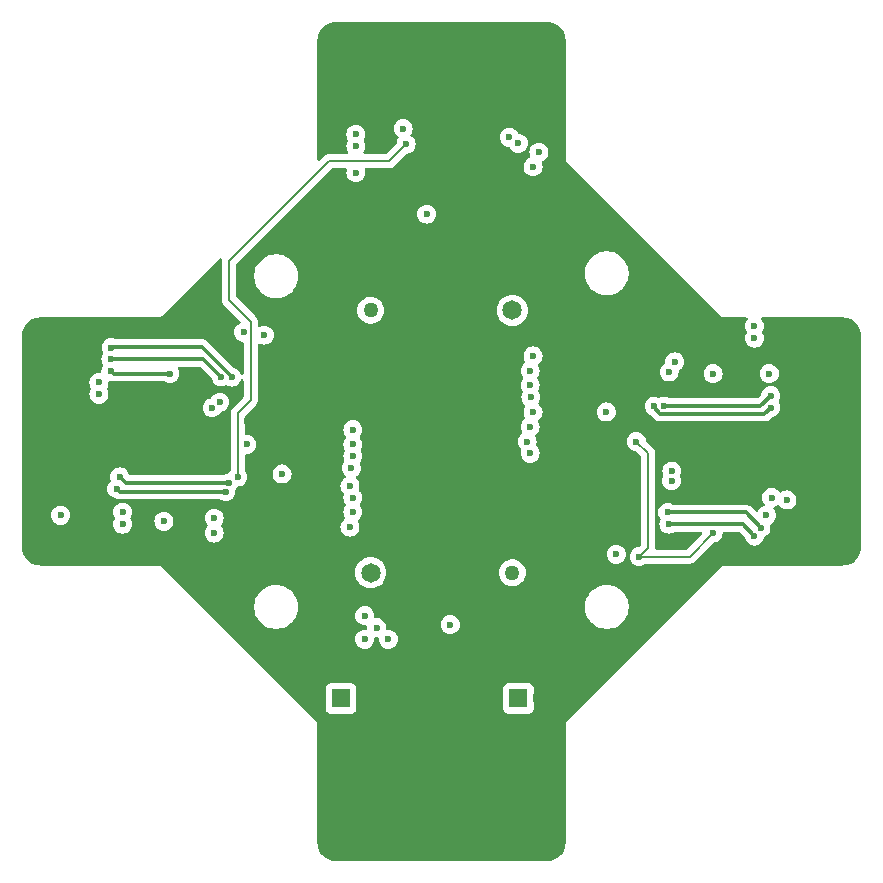
<source format=gbr>
%TF.GenerationSoftware,KiCad,Pcbnew,8.0.8*%
%TF.CreationDate,2025-02-10T22:14:38-08:00*%
%TF.ProjectId,CMOD_A7_Lower,434d4f44-5f41-4375-9f4c-6f7765722e6b,rev?*%
%TF.SameCoordinates,Original*%
%TF.FileFunction,Copper,L2,Inr*%
%TF.FilePolarity,Positive*%
%FSLAX46Y46*%
G04 Gerber Fmt 4.6, Leading zero omitted, Abs format (unit mm)*
G04 Created by KiCad (PCBNEW 8.0.8) date 2025-02-10 22:14:38*
%MOMM*%
%LPD*%
G01*
G04 APERTURE LIST*
%TA.AperFunction,ComponentPad*%
%ADD10R,1.600000X1.600000*%
%TD*%
%TA.AperFunction,ComponentPad*%
%ADD11C,1.600000*%
%TD*%
%TA.AperFunction,ComponentPad*%
%ADD12C,1.651000*%
%TD*%
%TA.AperFunction,ComponentPad*%
%ADD13C,1.270000*%
%TD*%
%TA.AperFunction,ViaPad*%
%ADD14C,0.600000*%
%TD*%
%TA.AperFunction,Conductor*%
%ADD15C,0.200000*%
%TD*%
%TA.AperFunction,Conductor*%
%ADD16C,0.300000*%
%TD*%
G04 APERTURE END LIST*
D10*
%TO.N,+12V*%
%TO.C,C10*%
X92500000Y-109750000D03*
D11*
%TO.N,GND*%
X94500000Y-109750000D03*
%TD*%
D10*
%TO.N,+12V*%
%TO.C,C9*%
X77500000Y-109750000D03*
D11*
%TO.N,GND*%
X79500000Y-109750000D03*
%TD*%
D12*
%TO.N,N/C*%
%TO.C,J19*%
X91999876Y-76899992D03*
D13*
X91999876Y-99100055D03*
%TD*%
D12*
%TO.N,N/C*%
%TO.C,J18*%
X80000124Y-99100008D03*
D13*
X80000124Y-76899945D03*
%TD*%
D14*
%TO.N,GND*%
X51000000Y-88000000D03*
X86000000Y-53000000D03*
X91000000Y-118000000D03*
X69500000Y-86250000D03*
X107750000Y-77250000D03*
X116000000Y-88000000D03*
X95724999Y-97500000D03*
X86000000Y-93000000D03*
X98900000Y-95250000D03*
X76000000Y-73000000D03*
X96000000Y-68000000D03*
X91000000Y-58000000D03*
X86000000Y-78000000D03*
X86000000Y-98000000D03*
X105750000Y-96250000D03*
X76000000Y-103000000D03*
X111000000Y-88000000D03*
X107000000Y-89250000D03*
X69806305Y-95612933D03*
X66500000Y-75500000D03*
X81000000Y-118000000D03*
X66000000Y-88000000D03*
X96000000Y-103000000D03*
X76000000Y-68000000D03*
X115000000Y-79250000D03*
X121000000Y-88000000D03*
X81000000Y-53000000D03*
X91000000Y-73000000D03*
X102375000Y-90650000D03*
X81000000Y-58000000D03*
X81000000Y-113000000D03*
X86000000Y-73000000D03*
X74500000Y-80500000D03*
X106000000Y-80000000D03*
X81000000Y-108000000D03*
X96000000Y-108000000D03*
X106000000Y-88000000D03*
X90750000Y-60500000D03*
X61000000Y-88000000D03*
X104650000Y-87650000D03*
X86000000Y-83000000D03*
X86000000Y-58000000D03*
X107500000Y-99250000D03*
X91000000Y-53000000D03*
X102000000Y-80150000D03*
X76000000Y-108000000D03*
X116250000Y-89000000D03*
X96000000Y-118000000D03*
X100750000Y-89000000D03*
%TO.N,+3.3V*%
X109000000Y-95750000D03*
X102750000Y-97750000D03*
X63000000Y-82250000D03*
X86750000Y-103500000D03*
X109000000Y-82250000D03*
X113500000Y-94250000D03*
X53750000Y-94250000D03*
X102500000Y-88000000D03*
X69500000Y-88250000D03*
X69250000Y-78750000D03*
X113750000Y-82250000D03*
X62500000Y-94750000D03*
X84750000Y-68750000D03*
X58000000Y-82000000D03*
X78750000Y-65250000D03*
%TO.N,/MA_00*%
X58000000Y-81000000D03*
X67349999Y-82520865D03*
%TO.N,/EB_00*%
X57000000Y-83000000D03*
X78500000Y-87000000D03*
%TO.N,/MB_00*%
X68250000Y-82550000D03*
X58049265Y-80049265D03*
%TO.N,/EA_00*%
X57000000Y-84000000D03*
X78500000Y-88250000D03*
%TO.N,/EB_20*%
X93750000Y-80750000D03*
X112500000Y-78250000D03*
%TO.N,/MB_20*%
X104000000Y-85000000D03*
X113872932Y-85123507D03*
%TO.N,/MA_20*%
X113875000Y-84125000D03*
X104800003Y-85000000D03*
%TO.N,/EA_20*%
X93500000Y-82000000D03*
X112500000Y-79250000D03*
%TO.N,/EB_01*%
X78500000Y-89250000D03*
X67233003Y-84666614D03*
%TO.N,/EA_01*%
X78375000Y-90250000D03*
X66594205Y-85148217D03*
%TO.N,/EA_21*%
X93565300Y-84250000D03*
X105271382Y-82113531D03*
%TO.N,/EB_21*%
X105750000Y-81250000D03*
X93500000Y-83250000D03*
%TO.N,/EA_10*%
X78500000Y-92750000D03*
X59000000Y-95000000D03*
%TO.N,/EB_10*%
X59000000Y-94000000D03*
X78250000Y-91750000D03*
%TO.N,/MB_10*%
X58750000Y-91000000D03*
X68000000Y-91500000D03*
%TO.N,/MA_10*%
X58500000Y-92000000D03*
X67747017Y-92258949D03*
%TO.N,/MA_30*%
X113049265Y-95299265D03*
X105149999Y-94007224D03*
%TO.N,/EA_30*%
X93500000Y-86750000D03*
X115250000Y-92950000D03*
%TO.N,/MB_30*%
X105250000Y-95000000D03*
X112500000Y-96000000D03*
%TO.N,/EB_30*%
X113949997Y-92750000D03*
X93750000Y-85500000D03*
%TO.N,/EA_11*%
X66750000Y-95750000D03*
X78250000Y-95250000D03*
%TO.N,/EB_11*%
X78500000Y-94000000D03*
X66750000Y-94500000D03*
%TO.N,/EB_31*%
X105500000Y-90500000D03*
X93250000Y-88000000D03*
%TO.N,/EA_31*%
X93500000Y-89000000D03*
X105475737Y-91324266D03*
%TO.N,/SW_00*%
X78750000Y-62000000D03*
%TO.N,/SW_01*%
X78750000Y-63000000D03*
%TO.N,/SW_10*%
X82750000Y-61500000D03*
%TO.N,/SW_11*%
X83000000Y-62827500D03*
X68750000Y-91000000D03*
%TO.N,/SW_20*%
X93750000Y-64750000D03*
%TO.N,/SW_21*%
X91750000Y-62250000D03*
%TO.N,/SW_30*%
X94250000Y-63500000D03*
%TO.N,/SW_31*%
X92500000Y-62750000D03*
%TO.N,+12V*%
X79500000Y-102750000D03*
X80500000Y-103750000D03*
X79500000Y-104750000D03*
X100800000Y-97550000D03*
X72500000Y-90750000D03*
X71000000Y-79000000D03*
X81500000Y-104750000D03*
X99950000Y-85500000D03*
%TD*%
D15*
%TO.N,+3.3V*%
X102500000Y-88000000D02*
X103500000Y-89000000D01*
X107000000Y-97750000D02*
X102750000Y-97750000D01*
D16*
X58250000Y-82250000D02*
X63000000Y-82250000D01*
D15*
X103500000Y-97000000D02*
X102750000Y-97750000D01*
X109000000Y-95750000D02*
X107000000Y-97750000D01*
D16*
X58000000Y-82000000D02*
X58250000Y-82250000D01*
D15*
X103500000Y-89000000D02*
X103500000Y-97000000D01*
D16*
%TO.N,/MA_00*%
X58000000Y-81000000D02*
X65829134Y-81000000D01*
D15*
X67349999Y-82520865D02*
X67349999Y-82349999D01*
D16*
X65829134Y-81000000D02*
X67349999Y-82520865D01*
%TO.N,/MB_00*%
X68250000Y-82501627D02*
X68250000Y-82550000D01*
X58098530Y-80000000D02*
X65748373Y-80000000D01*
X65748373Y-80000000D02*
X68250000Y-82501627D01*
X58049265Y-80049265D02*
X58098530Y-80000000D01*
D15*
X68250000Y-82550000D02*
X68230814Y-82550000D01*
D16*
%TO.N,/MB_20*%
X104000000Y-85119236D02*
X104530764Y-85650000D01*
X104000000Y-85000000D02*
X104000000Y-85119236D01*
X104530764Y-85650000D02*
X113346439Y-85650000D01*
D15*
X113872932Y-85123507D02*
X113754193Y-85242246D01*
D16*
X113346439Y-85650000D02*
X113872932Y-85123507D01*
%TO.N,/MA_20*%
X104800003Y-85000000D02*
X113000000Y-85000000D01*
X113000000Y-85000000D02*
X113875000Y-84125000D01*
%TO.N,/MB_10*%
X59250000Y-91500000D02*
X58750000Y-91000000D01*
X68000000Y-91500000D02*
X59250000Y-91500000D01*
%TO.N,/MA_10*%
X58500000Y-92000000D02*
X58758949Y-92258949D01*
X58758949Y-92258949D02*
X67747017Y-92258949D01*
%TO.N,/MA_30*%
X113049265Y-95299265D02*
X111757224Y-94007224D01*
X111757224Y-94007224D02*
X105149999Y-94007224D01*
%TO.N,/MB_30*%
X112500000Y-96000000D02*
X111500000Y-95000000D01*
X111500000Y-95000000D02*
X105250000Y-95000000D01*
D15*
%TO.N,/SW_11*%
X76501472Y-64248528D02*
X81578972Y-64248528D01*
X68750000Y-91000000D02*
X68750000Y-85598529D01*
X68000000Y-72750000D02*
X76501472Y-64248528D01*
X69850000Y-77850000D02*
X68000000Y-76000000D01*
X69850000Y-84498529D02*
X69850000Y-77850000D01*
X68000000Y-76000000D02*
X68000000Y-72750000D01*
X81578972Y-64248528D02*
X83000000Y-62827500D01*
X68750000Y-85598529D02*
X69850000Y-84498529D01*
%TD*%
%TA.AperFunction,Conductor*%
%TO.N,GND*%
G36*
X95004418Y-52500816D02*
G01*
X95204561Y-52515130D01*
X95222063Y-52517647D01*
X95413797Y-52559355D01*
X95430755Y-52564334D01*
X95614609Y-52632909D01*
X95630701Y-52640259D01*
X95802904Y-52734288D01*
X95817784Y-52743849D01*
X95974867Y-52861441D01*
X95988237Y-52873027D01*
X96126972Y-53011762D01*
X96138558Y-53025132D01*
X96256146Y-53182210D01*
X96265711Y-53197095D01*
X96359740Y-53369298D01*
X96367090Y-53385390D01*
X96435662Y-53569236D01*
X96440646Y-53586212D01*
X96482351Y-53777931D01*
X96484869Y-53795442D01*
X96499184Y-53995580D01*
X96499500Y-54004427D01*
X96499500Y-63934108D01*
X96499500Y-64065892D01*
X96502113Y-64075643D01*
X96533608Y-64193187D01*
X96562058Y-64242463D01*
X96599500Y-64307314D01*
X96599501Y-64307315D01*
X96599502Y-64307316D01*
X109595159Y-77302972D01*
X109595169Y-77302983D01*
X109599499Y-77307313D01*
X109599500Y-77307314D01*
X109692686Y-77400500D01*
X109787214Y-77455076D01*
X109806814Y-77466392D01*
X109934107Y-77500500D01*
X109934108Y-77500500D01*
X111818060Y-77500500D01*
X111885099Y-77520185D01*
X111930854Y-77572989D01*
X111940798Y-77642147D01*
X111911773Y-77705703D01*
X111905741Y-77712181D01*
X111870184Y-77747737D01*
X111774211Y-77900476D01*
X111714631Y-78070745D01*
X111714630Y-78070750D01*
X111694435Y-78249996D01*
X111694435Y-78250003D01*
X111714630Y-78429249D01*
X111714633Y-78429262D01*
X111774209Y-78599520D01*
X111827309Y-78684029D01*
X111846309Y-78751266D01*
X111827309Y-78815971D01*
X111774209Y-78900479D01*
X111714633Y-79070737D01*
X111714630Y-79070750D01*
X111694435Y-79249996D01*
X111694435Y-79250003D01*
X111714630Y-79429249D01*
X111714631Y-79429254D01*
X111774211Y-79599523D01*
X111837183Y-79699741D01*
X111870184Y-79752262D01*
X111997738Y-79879816D01*
X112088080Y-79936582D01*
X112132721Y-79964632D01*
X112150478Y-79975789D01*
X112288860Y-80024211D01*
X112320745Y-80035368D01*
X112320750Y-80035369D01*
X112499996Y-80055565D01*
X112500000Y-80055565D01*
X112500004Y-80055565D01*
X112679249Y-80035369D01*
X112679252Y-80035368D01*
X112679255Y-80035368D01*
X112849522Y-79975789D01*
X113002262Y-79879816D01*
X113129816Y-79752262D01*
X113225789Y-79599522D01*
X113285368Y-79429255D01*
X113285369Y-79429249D01*
X113305565Y-79250003D01*
X113305565Y-79249996D01*
X113285369Y-79070750D01*
X113285368Y-79070745D01*
X113225788Y-78900475D01*
X113172691Y-78815973D01*
X113153690Y-78748736D01*
X113172691Y-78684027D01*
X113225788Y-78599524D01*
X113225789Y-78599522D01*
X113285368Y-78429255D01*
X113285369Y-78429249D01*
X113305565Y-78250003D01*
X113305565Y-78249996D01*
X113285369Y-78070750D01*
X113285368Y-78070745D01*
X113264729Y-78011762D01*
X113225789Y-77900478D01*
X113208540Y-77873027D01*
X113144398Y-77770945D01*
X113129816Y-77747738D01*
X113094259Y-77712181D01*
X113060774Y-77650858D01*
X113065758Y-77581166D01*
X113107630Y-77525233D01*
X113173094Y-77500816D01*
X113181940Y-77500500D01*
X119934108Y-77500500D01*
X119995572Y-77500500D01*
X120004418Y-77500816D01*
X120204561Y-77515130D01*
X120222063Y-77517647D01*
X120413797Y-77559355D01*
X120430755Y-77564334D01*
X120575208Y-77618213D01*
X120614609Y-77632909D01*
X120630701Y-77640259D01*
X120802904Y-77734288D01*
X120817784Y-77743849D01*
X120910843Y-77813513D01*
X120974867Y-77861441D01*
X120988237Y-77873027D01*
X121126972Y-78011762D01*
X121138558Y-78025132D01*
X121232620Y-78150784D01*
X121256146Y-78182210D01*
X121265711Y-78197095D01*
X121359740Y-78369298D01*
X121367090Y-78385390D01*
X121435662Y-78569236D01*
X121440646Y-78586212D01*
X121482351Y-78777931D01*
X121484869Y-78795442D01*
X121499184Y-78995580D01*
X121499500Y-79004427D01*
X121499500Y-96995572D01*
X121499184Y-97004419D01*
X121484869Y-97204557D01*
X121482351Y-97222068D01*
X121440646Y-97413787D01*
X121435662Y-97430763D01*
X121367090Y-97614609D01*
X121359740Y-97630701D01*
X121265711Y-97802904D01*
X121256146Y-97817789D01*
X121138558Y-97974867D01*
X121126972Y-97988237D01*
X120988237Y-98126972D01*
X120974867Y-98138558D01*
X120817789Y-98256146D01*
X120802904Y-98265711D01*
X120630701Y-98359740D01*
X120614609Y-98367090D01*
X120430763Y-98435662D01*
X120413787Y-98440646D01*
X120222068Y-98482351D01*
X120204557Y-98484869D01*
X120023779Y-98497799D01*
X120004417Y-98499184D01*
X119995572Y-98499500D01*
X109934107Y-98499500D01*
X109806812Y-98533608D01*
X109692686Y-98599500D01*
X109692683Y-98599502D01*
X109599498Y-98692688D01*
X96675245Y-111616940D01*
X96675244Y-111616940D01*
X96675245Y-111616941D01*
X96599500Y-111692686D01*
X96533608Y-111806812D01*
X96499500Y-111934108D01*
X96499500Y-121995572D01*
X96499184Y-122004419D01*
X96484869Y-122204557D01*
X96482351Y-122222068D01*
X96440646Y-122413787D01*
X96435662Y-122430763D01*
X96367090Y-122614609D01*
X96359740Y-122630701D01*
X96265711Y-122802904D01*
X96256146Y-122817789D01*
X96138558Y-122974867D01*
X96126972Y-122988237D01*
X95988237Y-123126972D01*
X95974867Y-123138558D01*
X95817789Y-123256146D01*
X95802904Y-123265711D01*
X95630701Y-123359740D01*
X95614609Y-123367090D01*
X95430763Y-123435662D01*
X95413787Y-123440646D01*
X95222068Y-123482351D01*
X95204557Y-123484869D01*
X95023779Y-123497799D01*
X95004417Y-123499184D01*
X94995572Y-123499500D01*
X77004428Y-123499500D01*
X76995582Y-123499184D01*
X76973622Y-123497613D01*
X76795442Y-123484869D01*
X76777931Y-123482351D01*
X76586212Y-123440646D01*
X76569236Y-123435662D01*
X76385390Y-123367090D01*
X76369298Y-123359740D01*
X76197095Y-123265711D01*
X76182210Y-123256146D01*
X76025132Y-123138558D01*
X76011762Y-123126972D01*
X75873027Y-122988237D01*
X75861441Y-122974867D01*
X75743849Y-122817784D01*
X75734288Y-122802904D01*
X75640259Y-122630701D01*
X75632909Y-122614609D01*
X75572091Y-122451551D01*
X75564334Y-122430755D01*
X75559355Y-122413797D01*
X75517647Y-122222063D01*
X75515130Y-122204556D01*
X75500816Y-122004418D01*
X75500500Y-121995572D01*
X75500500Y-111934110D01*
X75500500Y-111934108D01*
X75466392Y-111806814D01*
X75400500Y-111692686D01*
X75307314Y-111599500D01*
X75307313Y-111599499D01*
X75302983Y-111595169D01*
X75302972Y-111595159D01*
X72609948Y-108902135D01*
X76199500Y-108902135D01*
X76199500Y-110597870D01*
X76199501Y-110597876D01*
X76205908Y-110657483D01*
X76256202Y-110792328D01*
X76256206Y-110792335D01*
X76342452Y-110907544D01*
X76342455Y-110907547D01*
X76457664Y-110993793D01*
X76457671Y-110993797D01*
X76592517Y-111044091D01*
X76592516Y-111044091D01*
X76599444Y-111044835D01*
X76652127Y-111050500D01*
X78347872Y-111050499D01*
X78407483Y-111044091D01*
X78542331Y-110993796D01*
X78657546Y-110907546D01*
X78743796Y-110792331D01*
X78794091Y-110657483D01*
X78800500Y-110597873D01*
X78800499Y-108902135D01*
X91199500Y-108902135D01*
X91199500Y-110597870D01*
X91199501Y-110597876D01*
X91205908Y-110657483D01*
X91256202Y-110792328D01*
X91256206Y-110792335D01*
X91342452Y-110907544D01*
X91342455Y-110907547D01*
X91457664Y-110993793D01*
X91457671Y-110993797D01*
X91592517Y-111044091D01*
X91592516Y-111044091D01*
X91599444Y-111044835D01*
X91652127Y-111050500D01*
X93347872Y-111050499D01*
X93407483Y-111044091D01*
X93542331Y-110993796D01*
X93657546Y-110907546D01*
X93743796Y-110792331D01*
X93794091Y-110657483D01*
X93800500Y-110597873D01*
X93800499Y-108902128D01*
X93794091Y-108842517D01*
X93743796Y-108707669D01*
X93743795Y-108707668D01*
X93743793Y-108707664D01*
X93657547Y-108592455D01*
X93657544Y-108592452D01*
X93542335Y-108506206D01*
X93542328Y-108506202D01*
X93407482Y-108455908D01*
X93407483Y-108455908D01*
X93347883Y-108449501D01*
X93347881Y-108449500D01*
X93347873Y-108449500D01*
X93347864Y-108449500D01*
X91652129Y-108449500D01*
X91652123Y-108449501D01*
X91592516Y-108455908D01*
X91457671Y-108506202D01*
X91457664Y-108506206D01*
X91342455Y-108592452D01*
X91342452Y-108592455D01*
X91256206Y-108707664D01*
X91256202Y-108707671D01*
X91205908Y-108842517D01*
X91199501Y-108902116D01*
X91199501Y-108902123D01*
X91199500Y-108902135D01*
X78800499Y-108902135D01*
X78800499Y-108902128D01*
X78794091Y-108842517D01*
X78743796Y-108707669D01*
X78743795Y-108707668D01*
X78743793Y-108707664D01*
X78657547Y-108592455D01*
X78657544Y-108592452D01*
X78542335Y-108506206D01*
X78542328Y-108506202D01*
X78407482Y-108455908D01*
X78407483Y-108455908D01*
X78347883Y-108449501D01*
X78347881Y-108449500D01*
X78347873Y-108449500D01*
X78347864Y-108449500D01*
X76652129Y-108449500D01*
X76652123Y-108449501D01*
X76592516Y-108455908D01*
X76457671Y-108506202D01*
X76457664Y-108506206D01*
X76342455Y-108592452D01*
X76342452Y-108592455D01*
X76256206Y-108707664D01*
X76256202Y-108707671D01*
X76205908Y-108842517D01*
X76199501Y-108902116D01*
X76199501Y-108902123D01*
X76199500Y-108902135D01*
X72609948Y-108902135D01*
X65586525Y-101878711D01*
X70149500Y-101878711D01*
X70149500Y-102121288D01*
X70181161Y-102361785D01*
X70243947Y-102596104D01*
X70336773Y-102820205D01*
X70336777Y-102820214D01*
X70358974Y-102858661D01*
X70458064Y-103030289D01*
X70458066Y-103030292D01*
X70458067Y-103030293D01*
X70605733Y-103222736D01*
X70605739Y-103222743D01*
X70777256Y-103394260D01*
X70777262Y-103394265D01*
X70969711Y-103541936D01*
X71179788Y-103663224D01*
X71403900Y-103756054D01*
X71638211Y-103818838D01*
X71818586Y-103842584D01*
X71878711Y-103850500D01*
X71878712Y-103850500D01*
X72121289Y-103850500D01*
X72169388Y-103844167D01*
X72361789Y-103818838D01*
X72596100Y-103756054D01*
X72820212Y-103663224D01*
X73030289Y-103541936D01*
X73222738Y-103394265D01*
X73394265Y-103222738D01*
X73541936Y-103030289D01*
X73663224Y-102820212D01*
X73692308Y-102749996D01*
X78694435Y-102749996D01*
X78694435Y-102750003D01*
X78714630Y-102929249D01*
X78714631Y-102929254D01*
X78774211Y-103099523D01*
X78851633Y-103222738D01*
X78870184Y-103252262D01*
X78997738Y-103379816D01*
X79150478Y-103475789D01*
X79320745Y-103535368D01*
X79320750Y-103535369D01*
X79499996Y-103555565D01*
X79500000Y-103555565D01*
X79500002Y-103555565D01*
X79529449Y-103552246D01*
X79564610Y-103548285D01*
X79633432Y-103560339D01*
X79684811Y-103607688D01*
X79702436Y-103675298D01*
X79701714Y-103685388D01*
X79694435Y-103749995D01*
X79694435Y-103750004D01*
X79701714Y-103814611D01*
X79689659Y-103883433D01*
X79642310Y-103934812D01*
X79574699Y-103952436D01*
X79564611Y-103951714D01*
X79500004Y-103944435D01*
X79499996Y-103944435D01*
X79320750Y-103964630D01*
X79320745Y-103964631D01*
X79150476Y-104024211D01*
X78997737Y-104120184D01*
X78870184Y-104247737D01*
X78774211Y-104400476D01*
X78714631Y-104570745D01*
X78714630Y-104570750D01*
X78694435Y-104749996D01*
X78694435Y-104750003D01*
X78714630Y-104929249D01*
X78714631Y-104929254D01*
X78774211Y-105099523D01*
X78870184Y-105252262D01*
X78997738Y-105379816D01*
X79150478Y-105475789D01*
X79320745Y-105535368D01*
X79320750Y-105535369D01*
X79499996Y-105555565D01*
X79500000Y-105555565D01*
X79500004Y-105555565D01*
X79679249Y-105535369D01*
X79679252Y-105535368D01*
X79679255Y-105535368D01*
X79849522Y-105475789D01*
X80002262Y-105379816D01*
X80129816Y-105252262D01*
X80225789Y-105099522D01*
X80285368Y-104929255D01*
X80305565Y-104750000D01*
X80305564Y-104749995D01*
X80298285Y-104685389D01*
X80310339Y-104616567D01*
X80357688Y-104565188D01*
X80425298Y-104547563D01*
X80435385Y-104548284D01*
X80461857Y-104551267D01*
X80499998Y-104555565D01*
X80500000Y-104555565D01*
X80500002Y-104555565D01*
X80529449Y-104552246D01*
X80564610Y-104548285D01*
X80633432Y-104560339D01*
X80684811Y-104607688D01*
X80702436Y-104675298D01*
X80701714Y-104685388D01*
X80694435Y-104749995D01*
X80694435Y-104750003D01*
X80714630Y-104929249D01*
X80714631Y-104929254D01*
X80774211Y-105099523D01*
X80870184Y-105252262D01*
X80997738Y-105379816D01*
X81150478Y-105475789D01*
X81320745Y-105535368D01*
X81320750Y-105535369D01*
X81499996Y-105555565D01*
X81500000Y-105555565D01*
X81500004Y-105555565D01*
X81679249Y-105535369D01*
X81679252Y-105535368D01*
X81679255Y-105535368D01*
X81849522Y-105475789D01*
X82002262Y-105379816D01*
X82129816Y-105252262D01*
X82225789Y-105099522D01*
X82285368Y-104929255D01*
X82305565Y-104750000D01*
X82305564Y-104749995D01*
X82285369Y-104570750D01*
X82285368Y-104570745D01*
X82225788Y-104400476D01*
X82153461Y-104285369D01*
X82129816Y-104247738D01*
X82002262Y-104120184D01*
X81849523Y-104024211D01*
X81679254Y-103964631D01*
X81679249Y-103964630D01*
X81500004Y-103944435D01*
X81499996Y-103944435D01*
X81435388Y-103951714D01*
X81366566Y-103939659D01*
X81315187Y-103892310D01*
X81297563Y-103824699D01*
X81298285Y-103814610D01*
X81305565Y-103750002D01*
X81305565Y-103749996D01*
X81285369Y-103570750D01*
X81285368Y-103570745D01*
X81260612Y-103499996D01*
X85944435Y-103499996D01*
X85944435Y-103500003D01*
X85964630Y-103679249D01*
X85964631Y-103679254D01*
X86024211Y-103849523D01*
X86088876Y-103952436D01*
X86120184Y-104002262D01*
X86247738Y-104129816D01*
X86400478Y-104225789D01*
X86463202Y-104247737D01*
X86570745Y-104285368D01*
X86570750Y-104285369D01*
X86749996Y-104305565D01*
X86750000Y-104305565D01*
X86750004Y-104305565D01*
X86929249Y-104285369D01*
X86929252Y-104285368D01*
X86929255Y-104285368D01*
X87099522Y-104225789D01*
X87252262Y-104129816D01*
X87379816Y-104002262D01*
X87475789Y-103849522D01*
X87535368Y-103679255D01*
X87537174Y-103663226D01*
X87555565Y-103500003D01*
X87555565Y-103499996D01*
X87535369Y-103320750D01*
X87535368Y-103320745D01*
X87509821Y-103247737D01*
X87475789Y-103150478D01*
X87379816Y-102997738D01*
X87252262Y-102870184D01*
X87099523Y-102774211D01*
X86929254Y-102714631D01*
X86929249Y-102714630D01*
X86750004Y-102694435D01*
X86749996Y-102694435D01*
X86570750Y-102714630D01*
X86570745Y-102714631D01*
X86400476Y-102774211D01*
X86247737Y-102870184D01*
X86120184Y-102997737D01*
X86024211Y-103150476D01*
X85964631Y-103320745D01*
X85964630Y-103320750D01*
X85944435Y-103499996D01*
X81260612Y-103499996D01*
X81225788Y-103400476D01*
X81186582Y-103338080D01*
X81129816Y-103247738D01*
X81002262Y-103120184D01*
X80969379Y-103099522D01*
X80849523Y-103024211D01*
X80679254Y-102964631D01*
X80679249Y-102964630D01*
X80500004Y-102944435D01*
X80499996Y-102944435D01*
X80435388Y-102951714D01*
X80366566Y-102939659D01*
X80315187Y-102892310D01*
X80297563Y-102824699D01*
X80298285Y-102814610D01*
X80305565Y-102750002D01*
X80305565Y-102749996D01*
X80285369Y-102570750D01*
X80285368Y-102570745D01*
X80225788Y-102400476D01*
X80129815Y-102247737D01*
X80002262Y-102120184D01*
X79849523Y-102024211D01*
X79679254Y-101964631D01*
X79679249Y-101964630D01*
X79500004Y-101944435D01*
X79499996Y-101944435D01*
X79320750Y-101964630D01*
X79320745Y-101964631D01*
X79150476Y-102024211D01*
X78997737Y-102120184D01*
X78870184Y-102247737D01*
X78774211Y-102400476D01*
X78714631Y-102570745D01*
X78714630Y-102570750D01*
X78694435Y-102749996D01*
X73692308Y-102749996D01*
X73756054Y-102596100D01*
X73818838Y-102361789D01*
X73850500Y-102121288D01*
X73850500Y-101878712D01*
X73850500Y-101878711D01*
X98149500Y-101878711D01*
X98149500Y-102121288D01*
X98181161Y-102361785D01*
X98243947Y-102596104D01*
X98336773Y-102820205D01*
X98336777Y-102820214D01*
X98358974Y-102858661D01*
X98458064Y-103030289D01*
X98458066Y-103030292D01*
X98458067Y-103030293D01*
X98605733Y-103222736D01*
X98605739Y-103222743D01*
X98777256Y-103394260D01*
X98777262Y-103394265D01*
X98969711Y-103541936D01*
X99179788Y-103663224D01*
X99403900Y-103756054D01*
X99638211Y-103818838D01*
X99818586Y-103842584D01*
X99878711Y-103850500D01*
X99878712Y-103850500D01*
X100121289Y-103850500D01*
X100169388Y-103844167D01*
X100361789Y-103818838D01*
X100596100Y-103756054D01*
X100820212Y-103663224D01*
X101030289Y-103541936D01*
X101222738Y-103394265D01*
X101394265Y-103222738D01*
X101541936Y-103030289D01*
X101663224Y-102820212D01*
X101756054Y-102596100D01*
X101818838Y-102361789D01*
X101850500Y-102121288D01*
X101850500Y-101878712D01*
X101818838Y-101638211D01*
X101756054Y-101403900D01*
X101663224Y-101179788D01*
X101541936Y-100969711D01*
X101394265Y-100777262D01*
X101394260Y-100777256D01*
X101222743Y-100605739D01*
X101222736Y-100605733D01*
X101030293Y-100458067D01*
X101030292Y-100458066D01*
X101030289Y-100458064D01*
X100820212Y-100336776D01*
X100820205Y-100336773D01*
X100596104Y-100243947D01*
X100420475Y-100196887D01*
X100361789Y-100181162D01*
X100361788Y-100181161D01*
X100361785Y-100181161D01*
X100121289Y-100149500D01*
X100121288Y-100149500D01*
X99878712Y-100149500D01*
X99878711Y-100149500D01*
X99638214Y-100181161D01*
X99403895Y-100243947D01*
X99179794Y-100336773D01*
X99179785Y-100336777D01*
X98969706Y-100458067D01*
X98777263Y-100605733D01*
X98777256Y-100605739D01*
X98605739Y-100777256D01*
X98605733Y-100777263D01*
X98458067Y-100969706D01*
X98336777Y-101179785D01*
X98336773Y-101179794D01*
X98243947Y-101403895D01*
X98181161Y-101638214D01*
X98149500Y-101878711D01*
X73850500Y-101878711D01*
X73818838Y-101638211D01*
X73756054Y-101403900D01*
X73663224Y-101179788D01*
X73541936Y-100969711D01*
X73394265Y-100777262D01*
X73394260Y-100777256D01*
X73222743Y-100605739D01*
X73222736Y-100605733D01*
X73030293Y-100458067D01*
X73030292Y-100458066D01*
X73030289Y-100458064D01*
X72820212Y-100336776D01*
X72820205Y-100336773D01*
X72596104Y-100243947D01*
X72420475Y-100196887D01*
X72361789Y-100181162D01*
X72361788Y-100181161D01*
X72361785Y-100181161D01*
X72121289Y-100149500D01*
X72121288Y-100149500D01*
X71878712Y-100149500D01*
X71878711Y-100149500D01*
X71638214Y-100181161D01*
X71403895Y-100243947D01*
X71179794Y-100336773D01*
X71179785Y-100336777D01*
X70969706Y-100458067D01*
X70777263Y-100605733D01*
X70777256Y-100605739D01*
X70605739Y-100777256D01*
X70605733Y-100777263D01*
X70458067Y-100969706D01*
X70336777Y-101179785D01*
X70336773Y-101179794D01*
X70243947Y-101403895D01*
X70181161Y-101638214D01*
X70149500Y-101878711D01*
X65586525Y-101878711D01*
X62807821Y-99100007D01*
X78669059Y-99100007D01*
X78669059Y-99100008D01*
X78689280Y-99331140D01*
X78689282Y-99331150D01*
X78749329Y-99555251D01*
X78749331Y-99555255D01*
X78749332Y-99555259D01*
X78798360Y-99660400D01*
X78847387Y-99765540D01*
X78847388Y-99765541D01*
X78980469Y-99955600D01*
X79144532Y-100119663D01*
X79334591Y-100252744D01*
X79544873Y-100350800D01*
X79768987Y-100410851D01*
X79953896Y-100427028D01*
X80000123Y-100431073D01*
X80000124Y-100431073D01*
X80000125Y-100431073D01*
X80038646Y-100427702D01*
X80231261Y-100410851D01*
X80455375Y-100350800D01*
X80665657Y-100252744D01*
X80855716Y-100119663D01*
X81019779Y-99955600D01*
X81152860Y-99765541D01*
X81250916Y-99555259D01*
X81310967Y-99331145D01*
X81331185Y-99100054D01*
X90859511Y-99100054D01*
X90859511Y-99100055D01*
X90878927Y-99309592D01*
X90878927Y-99309594D01*
X90878928Y-99309597D01*
X90936517Y-99512002D01*
X90936518Y-99512005D01*
X91030318Y-99700380D01*
X91157137Y-99868315D01*
X91312652Y-100010085D01*
X91312654Y-100010087D01*
X91491568Y-100120866D01*
X91491574Y-100120869D01*
X91533144Y-100136973D01*
X91687800Y-100196887D01*
X91894656Y-100235555D01*
X91894658Y-100235555D01*
X92105094Y-100235555D01*
X92105096Y-100235555D01*
X92311952Y-100196887D01*
X92508180Y-100120868D01*
X92687099Y-100010086D01*
X92842616Y-99868314D01*
X92969434Y-99700380D01*
X93063235Y-99512002D01*
X93120824Y-99309597D01*
X93140241Y-99100055D01*
X93120824Y-98890513D01*
X93063235Y-98688108D01*
X92969434Y-98499730D01*
X92842616Y-98331796D01*
X92687099Y-98190024D01*
X92687097Y-98190022D01*
X92508183Y-98079243D01*
X92508177Y-98079240D01*
X92353524Y-98019328D01*
X92311952Y-98003223D01*
X92105096Y-97964555D01*
X91894656Y-97964555D01*
X91687800Y-98003223D01*
X91687797Y-98003223D01*
X91687797Y-98003224D01*
X91491574Y-98079240D01*
X91491568Y-98079243D01*
X91312654Y-98190022D01*
X91312652Y-98190024D01*
X91157137Y-98331794D01*
X91030318Y-98499729D01*
X90936518Y-98688104D01*
X90878927Y-98890517D01*
X90859511Y-99100054D01*
X81331185Y-99100054D01*
X81331189Y-99100008D01*
X81310967Y-98868871D01*
X81250916Y-98644757D01*
X81152860Y-98434476D01*
X81152858Y-98434473D01*
X81152857Y-98434471D01*
X81019778Y-98244414D01*
X80855720Y-98080357D01*
X80855716Y-98080353D01*
X80665657Y-97947272D01*
X80665658Y-97947272D01*
X80665656Y-97947271D01*
X80560516Y-97898244D01*
X80455375Y-97849216D01*
X80455371Y-97849215D01*
X80455367Y-97849213D01*
X80231266Y-97789166D01*
X80231256Y-97789164D01*
X80000125Y-97768943D01*
X80000123Y-97768943D01*
X79768991Y-97789164D01*
X79768981Y-97789166D01*
X79544880Y-97849213D01*
X79544871Y-97849217D01*
X79334591Y-97947272D01*
X79334587Y-97947274D01*
X79144530Y-98080353D01*
X78980469Y-98244414D01*
X78847390Y-98434471D01*
X78847388Y-98434475D01*
X78749333Y-98644755D01*
X78749329Y-98644764D01*
X78689282Y-98868865D01*
X78689280Y-98868875D01*
X78669059Y-99100007D01*
X62807821Y-99100007D01*
X62307316Y-98599502D01*
X62307315Y-98599501D01*
X62307314Y-98599500D01*
X62212786Y-98544924D01*
X62193187Y-98533608D01*
X62129539Y-98516554D01*
X62065892Y-98499500D01*
X62065891Y-98499500D01*
X52004428Y-98499500D01*
X51995582Y-98499184D01*
X51973622Y-98497613D01*
X51795442Y-98484869D01*
X51777931Y-98482351D01*
X51586212Y-98440646D01*
X51569236Y-98435662D01*
X51385390Y-98367090D01*
X51369298Y-98359740D01*
X51197095Y-98265711D01*
X51182210Y-98256146D01*
X51147975Y-98230518D01*
X51025132Y-98138558D01*
X51011762Y-98126972D01*
X50873027Y-97988237D01*
X50861441Y-97974867D01*
X50743849Y-97817784D01*
X50734288Y-97802904D01*
X50640259Y-97630701D01*
X50632909Y-97614609D01*
X50608809Y-97549996D01*
X99994435Y-97549996D01*
X99994435Y-97550003D01*
X100014630Y-97729249D01*
X100014631Y-97729254D01*
X100074211Y-97899523D01*
X100115074Y-97964555D01*
X100170184Y-98052262D01*
X100297738Y-98179816D01*
X100313981Y-98190022D01*
X100427673Y-98261460D01*
X100450478Y-98275789D01*
X100547033Y-98309575D01*
X100620745Y-98335368D01*
X100620750Y-98335369D01*
X100799996Y-98355565D01*
X100800000Y-98355565D01*
X100800004Y-98355565D01*
X100979249Y-98335369D01*
X100979252Y-98335368D01*
X100979255Y-98335368D01*
X101149522Y-98275789D01*
X101302262Y-98179816D01*
X101429816Y-98052262D01*
X101525789Y-97899522D01*
X101585368Y-97729255D01*
X101585369Y-97729249D01*
X101605565Y-97550003D01*
X101605565Y-97549996D01*
X101585369Y-97370750D01*
X101585368Y-97370745D01*
X101542326Y-97247738D01*
X101525789Y-97200478D01*
X101429816Y-97047738D01*
X101302262Y-96920184D01*
X101300854Y-96919299D01*
X101149523Y-96824211D01*
X100979254Y-96764631D01*
X100979249Y-96764630D01*
X100800004Y-96744435D01*
X100799996Y-96744435D01*
X100620750Y-96764630D01*
X100620745Y-96764631D01*
X100450476Y-96824211D01*
X100297737Y-96920184D01*
X100170184Y-97047737D01*
X100074211Y-97200476D01*
X100014631Y-97370745D01*
X100014630Y-97370750D01*
X99994435Y-97549996D01*
X50608809Y-97549996D01*
X50572091Y-97451551D01*
X50564334Y-97430755D01*
X50559355Y-97413797D01*
X50517647Y-97222063D01*
X50515130Y-97204556D01*
X50514838Y-97200478D01*
X50500816Y-97004418D01*
X50500500Y-96995572D01*
X50500500Y-94249996D01*
X52944435Y-94249996D01*
X52944435Y-94250003D01*
X52964630Y-94429249D01*
X52964631Y-94429254D01*
X53024211Y-94599523D01*
X53080607Y-94689276D01*
X53120184Y-94752262D01*
X53247738Y-94879816D01*
X53326410Y-94929249D01*
X53395060Y-94972385D01*
X53400478Y-94975789D01*
X53564015Y-95033013D01*
X53570745Y-95035368D01*
X53570750Y-95035369D01*
X53749996Y-95055565D01*
X53750000Y-95055565D01*
X53750004Y-95055565D01*
X53929249Y-95035369D01*
X53929252Y-95035368D01*
X53929255Y-95035368D01*
X54099522Y-94975789D01*
X54252262Y-94879816D01*
X54379816Y-94752262D01*
X54475789Y-94599522D01*
X54535368Y-94429255D01*
X54535369Y-94429249D01*
X54555565Y-94250003D01*
X54555565Y-94249996D01*
X54535369Y-94070750D01*
X54535368Y-94070745D01*
X54510611Y-93999996D01*
X58194435Y-93999996D01*
X58194435Y-94000003D01*
X58214630Y-94179249D01*
X58214633Y-94179262D01*
X58274209Y-94349520D01*
X58327309Y-94434029D01*
X58346309Y-94501266D01*
X58327309Y-94565971D01*
X58274209Y-94650479D01*
X58214633Y-94820737D01*
X58214630Y-94820750D01*
X58194435Y-94999996D01*
X58194435Y-95000003D01*
X58214630Y-95179249D01*
X58214631Y-95179254D01*
X58274211Y-95349523D01*
X58353549Y-95475788D01*
X58370184Y-95502262D01*
X58497738Y-95629816D01*
X58540441Y-95656648D01*
X58646021Y-95722989D01*
X58650478Y-95725789D01*
X58750011Y-95760617D01*
X58820745Y-95785368D01*
X58820750Y-95785369D01*
X58999996Y-95805565D01*
X59000000Y-95805565D01*
X59000004Y-95805565D01*
X59179249Y-95785369D01*
X59179252Y-95785368D01*
X59179255Y-95785368D01*
X59349522Y-95725789D01*
X59502262Y-95629816D01*
X59629816Y-95502262D01*
X59725789Y-95349522D01*
X59785368Y-95179255D01*
X59785369Y-95179249D01*
X59805565Y-95000003D01*
X59805565Y-94999996D01*
X59785369Y-94820750D01*
X59785368Y-94820745D01*
X59760612Y-94749996D01*
X61694435Y-94749996D01*
X61694435Y-94750003D01*
X61714630Y-94929249D01*
X61714631Y-94929254D01*
X61774211Y-95099523D01*
X61867341Y-95247737D01*
X61870184Y-95252262D01*
X61997738Y-95379816D01*
X62150478Y-95475789D01*
X62320745Y-95535368D01*
X62320750Y-95535369D01*
X62499996Y-95555565D01*
X62500000Y-95555565D01*
X62500004Y-95555565D01*
X62679249Y-95535369D01*
X62679252Y-95535368D01*
X62679255Y-95535368D01*
X62849522Y-95475789D01*
X63002262Y-95379816D01*
X63129816Y-95252262D01*
X63225789Y-95099522D01*
X63285368Y-94929255D01*
X63285369Y-94929249D01*
X63305565Y-94750003D01*
X63305565Y-94749996D01*
X63285369Y-94570750D01*
X63285368Y-94570745D01*
X63283698Y-94565973D01*
X63260612Y-94499996D01*
X65944435Y-94499996D01*
X65944435Y-94500003D01*
X65964630Y-94679249D01*
X65964631Y-94679254D01*
X66024211Y-94849523D01*
X66120184Y-95002262D01*
X66155241Y-95037319D01*
X66188726Y-95098642D01*
X66183742Y-95168334D01*
X66155241Y-95212681D01*
X66120184Y-95247737D01*
X66024211Y-95400476D01*
X65964631Y-95570745D01*
X65964630Y-95570750D01*
X65944435Y-95749996D01*
X65944435Y-95750003D01*
X65964630Y-95929249D01*
X65964631Y-95929254D01*
X66024211Y-96099523D01*
X66120184Y-96252262D01*
X66247738Y-96379816D01*
X66400478Y-96475789D01*
X66570742Y-96535367D01*
X66570745Y-96535368D01*
X66570750Y-96535369D01*
X66749996Y-96555565D01*
X66750000Y-96555565D01*
X66750004Y-96555565D01*
X66929249Y-96535369D01*
X66929252Y-96535368D01*
X66929255Y-96535368D01*
X67099522Y-96475789D01*
X67252262Y-96379816D01*
X67379816Y-96252262D01*
X67475789Y-96099522D01*
X67535368Y-95929255D01*
X67535388Y-95929080D01*
X67555565Y-95750003D01*
X67555565Y-95749996D01*
X67535369Y-95570750D01*
X67535368Y-95570745D01*
X67502141Y-95475788D01*
X67475789Y-95400478D01*
X67379816Y-95247738D01*
X67344759Y-95212681D01*
X67311274Y-95151358D01*
X67316258Y-95081666D01*
X67344759Y-95037319D01*
X67349065Y-95033013D01*
X67379816Y-95002262D01*
X67475789Y-94849522D01*
X67535368Y-94679255D01*
X67538396Y-94652382D01*
X67555565Y-94500003D01*
X67555565Y-94499996D01*
X67535369Y-94320750D01*
X67535368Y-94320745D01*
X67485861Y-94179262D01*
X67475789Y-94150478D01*
X67379816Y-93997738D01*
X67252262Y-93870184D01*
X67099523Y-93774211D01*
X66929254Y-93714631D01*
X66929249Y-93714630D01*
X66750004Y-93694435D01*
X66749996Y-93694435D01*
X66570750Y-93714630D01*
X66570745Y-93714631D01*
X66400476Y-93774211D01*
X66247737Y-93870184D01*
X66120184Y-93997737D01*
X66024211Y-94150476D01*
X65964631Y-94320745D01*
X65964630Y-94320750D01*
X65944435Y-94499996D01*
X63260612Y-94499996D01*
X63225789Y-94400478D01*
X63129816Y-94247738D01*
X63002262Y-94120184D01*
X62849523Y-94024211D01*
X62679254Y-93964631D01*
X62679249Y-93964630D01*
X62500004Y-93944435D01*
X62499996Y-93944435D01*
X62320750Y-93964630D01*
X62320745Y-93964631D01*
X62150476Y-94024211D01*
X61997737Y-94120184D01*
X61870184Y-94247737D01*
X61774211Y-94400476D01*
X61714631Y-94570745D01*
X61714630Y-94570750D01*
X61694435Y-94749996D01*
X59760612Y-94749996D01*
X59725788Y-94650475D01*
X59672691Y-94565973D01*
X59653690Y-94498736D01*
X59672691Y-94434027D01*
X59725788Y-94349524D01*
X59725789Y-94349522D01*
X59785368Y-94179255D01*
X59785369Y-94179249D01*
X59805565Y-94000003D01*
X59805565Y-93999996D01*
X59785369Y-93820750D01*
X59785368Y-93820745D01*
X59769085Y-93774211D01*
X59725789Y-93650478D01*
X59629816Y-93497738D01*
X59502262Y-93370184D01*
X59440708Y-93331507D01*
X59349523Y-93274211D01*
X59179254Y-93214631D01*
X59179249Y-93214630D01*
X59000004Y-93194435D01*
X58999996Y-93194435D01*
X58820750Y-93214630D01*
X58820745Y-93214631D01*
X58650476Y-93274211D01*
X58497737Y-93370184D01*
X58370184Y-93497737D01*
X58274211Y-93650476D01*
X58214631Y-93820745D01*
X58214630Y-93820750D01*
X58194435Y-93999996D01*
X54510611Y-93999996D01*
X54509821Y-93997737D01*
X54475789Y-93900478D01*
X54379816Y-93747738D01*
X54252262Y-93620184D01*
X54188017Y-93579816D01*
X54099523Y-93524211D01*
X53929254Y-93464631D01*
X53929249Y-93464630D01*
X53750004Y-93444435D01*
X53749996Y-93444435D01*
X53570750Y-93464630D01*
X53570745Y-93464631D01*
X53400476Y-93524211D01*
X53247737Y-93620184D01*
X53120184Y-93747737D01*
X53024211Y-93900476D01*
X52964631Y-94070745D01*
X52964630Y-94070750D01*
X52944435Y-94249996D01*
X50500500Y-94249996D01*
X50500500Y-85148213D01*
X65788640Y-85148213D01*
X65788640Y-85148220D01*
X65808835Y-85327466D01*
X65808836Y-85327471D01*
X65868416Y-85497740D01*
X65964389Y-85650479D01*
X66091943Y-85778033D01*
X66144321Y-85810944D01*
X66205718Y-85849523D01*
X66244683Y-85874006D01*
X66395134Y-85926651D01*
X66414950Y-85933585D01*
X66414955Y-85933586D01*
X66594201Y-85953782D01*
X66594205Y-85953782D01*
X66594209Y-85953782D01*
X66773454Y-85933586D01*
X66773457Y-85933585D01*
X66773460Y-85933585D01*
X66943727Y-85874006D01*
X67096467Y-85778033D01*
X67224021Y-85650479D01*
X67312137Y-85510243D01*
X67364469Y-85463954D01*
X67403251Y-85452996D01*
X67412258Y-85451982D01*
X67582525Y-85392403D01*
X67735265Y-85296430D01*
X67862819Y-85168876D01*
X67958792Y-85016136D01*
X68018371Y-84845869D01*
X68018372Y-84845863D01*
X68038568Y-84666617D01*
X68038568Y-84666610D01*
X68018372Y-84487364D01*
X68018371Y-84487359D01*
X68013879Y-84474522D01*
X67958792Y-84317092D01*
X67950725Y-84304254D01*
X67872183Y-84179255D01*
X67862819Y-84164352D01*
X67735265Y-84036798D01*
X67704393Y-84017400D01*
X67582526Y-83940825D01*
X67412257Y-83881245D01*
X67412252Y-83881244D01*
X67233007Y-83861049D01*
X67232999Y-83861049D01*
X67053753Y-83881244D01*
X67053748Y-83881245D01*
X66883479Y-83940825D01*
X66730740Y-84036798D01*
X66603185Y-84164353D01*
X66515071Y-84304586D01*
X66462737Y-84350876D01*
X66423969Y-84361832D01*
X66414950Y-84362849D01*
X66244683Y-84422427D01*
X66091942Y-84518401D01*
X65964389Y-84645954D01*
X65868416Y-84798693D01*
X65808836Y-84968962D01*
X65808835Y-84968967D01*
X65788640Y-85148213D01*
X50500500Y-85148213D01*
X50500500Y-79004427D01*
X50500816Y-78995581D01*
X50513320Y-78820750D01*
X50515130Y-78795436D01*
X50517646Y-78777938D01*
X50559356Y-78586199D01*
X50564333Y-78569248D01*
X50632911Y-78385385D01*
X50640259Y-78369298D01*
X50734291Y-78197089D01*
X50743845Y-78182221D01*
X50861448Y-78025123D01*
X50873020Y-78011769D01*
X51011769Y-77873020D01*
X51025123Y-77861448D01*
X51182221Y-77743845D01*
X51197089Y-77734291D01*
X51369298Y-77640258D01*
X51385385Y-77632911D01*
X51569248Y-77564333D01*
X51586199Y-77559356D01*
X51777938Y-77517646D01*
X51795436Y-77515130D01*
X51995582Y-77500816D01*
X52004428Y-77500500D01*
X62065890Y-77500500D01*
X62065892Y-77500500D01*
X62193186Y-77466392D01*
X62307314Y-77400500D01*
X67205002Y-72502810D01*
X67266323Y-72469327D01*
X67336015Y-72474311D01*
X67391948Y-72516183D01*
X67416365Y-72581647D01*
X67412456Y-72622585D01*
X67399499Y-72670940D01*
X67399499Y-72839046D01*
X67399500Y-72839059D01*
X67399500Y-75913330D01*
X67399499Y-75913348D01*
X67399499Y-76079054D01*
X67399498Y-76079054D01*
X67440423Y-76231785D01*
X67469358Y-76281900D01*
X67469359Y-76281904D01*
X67469360Y-76281904D01*
X67519479Y-76368714D01*
X67519481Y-76368717D01*
X67638349Y-76487585D01*
X67638355Y-76487590D01*
X68964278Y-77813513D01*
X68997763Y-77874836D01*
X68992779Y-77944528D01*
X68950907Y-78000461D01*
X68917554Y-78018235D01*
X68900478Y-78024210D01*
X68747737Y-78120184D01*
X68620184Y-78247737D01*
X68524211Y-78400476D01*
X68464631Y-78570745D01*
X68464630Y-78570750D01*
X68444435Y-78749996D01*
X68444435Y-78750003D01*
X68464630Y-78929249D01*
X68464631Y-78929254D01*
X68524211Y-79099523D01*
X68614804Y-79243700D01*
X68620184Y-79252262D01*
X68747738Y-79379816D01*
X68900478Y-79475789D01*
X69070745Y-79535368D01*
X69139384Y-79543101D01*
X69203796Y-79570166D01*
X69243352Y-79627760D01*
X69249500Y-79666321D01*
X69249500Y-82252885D01*
X69229815Y-82319924D01*
X69177011Y-82365679D01*
X69107853Y-82375623D01*
X69044297Y-82346598D01*
X69008459Y-82293840D01*
X68975790Y-82200480D01*
X68965945Y-82184812D01*
X68879816Y-82047738D01*
X68752262Y-81920184D01*
X68688017Y-81879816D01*
X68599521Y-81824210D01*
X68507483Y-81792005D01*
X68461652Y-81775968D01*
X68414927Y-81746608D01*
X66163047Y-79494727D01*
X66163046Y-79494726D01*
X66163042Y-79494723D01*
X66056500Y-79423535D01*
X65938117Y-79374499D01*
X65938111Y-79374497D01*
X65812444Y-79349500D01*
X65812442Y-79349500D01*
X58475928Y-79349500D01*
X58409954Y-79330493D01*
X58404823Y-79327268D01*
X58398786Y-79323475D01*
X58228519Y-79263896D01*
X58228514Y-79263895D01*
X58049269Y-79243700D01*
X58049261Y-79243700D01*
X57870015Y-79263895D01*
X57870010Y-79263896D01*
X57699741Y-79323476D01*
X57547002Y-79419449D01*
X57419449Y-79547002D01*
X57323476Y-79699741D01*
X57263896Y-79870010D01*
X57263895Y-79870015D01*
X57243700Y-80049261D01*
X57243700Y-80049268D01*
X57263895Y-80228514D01*
X57263898Y-80228527D01*
X57323474Y-80398783D01*
X57323475Y-80398785D01*
X57323476Y-80398787D01*
X57324539Y-80400478D01*
X57336464Y-80419457D01*
X57355464Y-80486694D01*
X57336464Y-80551400D01*
X57274212Y-80650474D01*
X57214631Y-80820745D01*
X57214630Y-80820750D01*
X57194435Y-80999996D01*
X57194435Y-81000003D01*
X57214630Y-81179249D01*
X57214633Y-81179262D01*
X57274209Y-81349520D01*
X57327309Y-81434029D01*
X57346309Y-81501266D01*
X57327309Y-81565971D01*
X57274209Y-81650479D01*
X57214633Y-81820737D01*
X57214630Y-81820750D01*
X57194435Y-81999996D01*
X57194435Y-82000004D01*
X57201714Y-82064611D01*
X57189659Y-82133433D01*
X57142310Y-82184812D01*
X57074699Y-82202436D01*
X57064611Y-82201714D01*
X57000004Y-82194435D01*
X56999996Y-82194435D01*
X56820750Y-82214630D01*
X56820745Y-82214631D01*
X56650476Y-82274211D01*
X56497737Y-82370184D01*
X56370184Y-82497737D01*
X56274211Y-82650476D01*
X56214631Y-82820745D01*
X56214630Y-82820750D01*
X56194435Y-82999996D01*
X56194435Y-83000003D01*
X56214630Y-83179249D01*
X56214633Y-83179262D01*
X56274209Y-83349520D01*
X56327309Y-83434029D01*
X56346309Y-83501266D01*
X56327309Y-83565971D01*
X56274209Y-83650479D01*
X56214633Y-83820737D01*
X56214630Y-83820750D01*
X56194435Y-83999996D01*
X56194435Y-84000003D01*
X56214630Y-84179249D01*
X56214631Y-84179254D01*
X56274211Y-84349523D01*
X56352754Y-84474522D01*
X56370184Y-84502262D01*
X56497738Y-84629816D01*
X56588080Y-84686582D01*
X56632721Y-84714632D01*
X56650478Y-84725789D01*
X56788214Y-84773985D01*
X56820745Y-84785368D01*
X56820750Y-84785369D01*
X56999996Y-84805565D01*
X57000000Y-84805565D01*
X57000004Y-84805565D01*
X57179249Y-84785369D01*
X57179252Y-84785368D01*
X57179255Y-84785368D01*
X57349522Y-84725789D01*
X57502262Y-84629816D01*
X57629816Y-84502262D01*
X57725789Y-84349522D01*
X57785368Y-84179255D01*
X57787047Y-84164352D01*
X57805565Y-84000003D01*
X57805565Y-83999996D01*
X57785369Y-83820750D01*
X57785368Y-83820745D01*
X57725788Y-83650475D01*
X57672691Y-83565973D01*
X57653690Y-83498736D01*
X57672691Y-83434027D01*
X57725788Y-83349524D01*
X57725789Y-83349522D01*
X57785368Y-83179255D01*
X57785369Y-83179249D01*
X57805565Y-83000003D01*
X57805565Y-82999999D01*
X57801918Y-82967635D01*
X57813972Y-82898813D01*
X57861320Y-82847433D01*
X57928930Y-82829808D01*
X57972591Y-82839189D01*
X57990210Y-82846487D01*
X58060256Y-82875501D01*
X58060260Y-82875501D01*
X58060261Y-82875502D01*
X58185928Y-82900500D01*
X58185931Y-82900500D01*
X62494932Y-82900500D01*
X62560904Y-82919506D01*
X62650477Y-82975789D01*
X62650481Y-82975790D01*
X62820737Y-83035366D01*
X62820743Y-83035367D01*
X62820745Y-83035368D01*
X62820746Y-83035368D01*
X62820750Y-83035369D01*
X62999996Y-83055565D01*
X63000000Y-83055565D01*
X63000004Y-83055565D01*
X63179249Y-83035369D01*
X63179252Y-83035368D01*
X63179255Y-83035368D01*
X63349522Y-82975789D01*
X63502262Y-82879816D01*
X63629816Y-82752262D01*
X63725789Y-82599522D01*
X63785368Y-82429255D01*
X63791411Y-82375623D01*
X63805565Y-82250003D01*
X63805565Y-82249996D01*
X63785369Y-82070750D01*
X63785368Y-82070745D01*
X63783222Y-82064611D01*
X63725789Y-81900478D01*
X63725788Y-81900476D01*
X63688085Y-81840472D01*
X63669085Y-81773235D01*
X63689453Y-81706400D01*
X63742721Y-81661186D01*
X63793079Y-81650500D01*
X65508326Y-81650500D01*
X65575365Y-81670185D01*
X65596007Y-81686819D01*
X66528276Y-82619088D01*
X66561761Y-82680411D01*
X66563814Y-82692877D01*
X66564629Y-82700111D01*
X66564631Y-82700120D01*
X66624209Y-82870386D01*
X66690439Y-82975790D01*
X66720183Y-83023127D01*
X66847737Y-83150681D01*
X66894105Y-83179816D01*
X66989153Y-83239539D01*
X67000477Y-83246654D01*
X67083740Y-83275789D01*
X67170744Y-83306233D01*
X67170749Y-83306234D01*
X67349995Y-83326430D01*
X67349999Y-83326430D01*
X67350003Y-83326430D01*
X67529248Y-83306234D01*
X67529250Y-83306233D01*
X67529254Y-83306233D01*
X67529257Y-83306231D01*
X67529261Y-83306231D01*
X67616258Y-83275789D01*
X67699521Y-83246654D01*
X67710840Y-83239541D01*
X67778074Y-83220539D01*
X67842786Y-83239539D01*
X67900476Y-83275788D01*
X67900478Y-83275789D01*
X67987482Y-83306233D01*
X68070745Y-83335368D01*
X68070750Y-83335369D01*
X68249996Y-83355565D01*
X68250000Y-83355565D01*
X68250004Y-83355565D01*
X68429249Y-83335369D01*
X68429252Y-83335368D01*
X68429255Y-83335368D01*
X68599522Y-83275789D01*
X68752262Y-83179816D01*
X68879816Y-83052262D01*
X68975789Y-82899522D01*
X69008458Y-82806160D01*
X69049180Y-82749383D01*
X69114133Y-82723636D01*
X69182694Y-82737092D01*
X69233097Y-82785479D01*
X69249500Y-82847114D01*
X69249500Y-84198431D01*
X69229815Y-84265470D01*
X69213181Y-84286112D01*
X68269481Y-85229811D01*
X68269480Y-85229813D01*
X68231019Y-85296430D01*
X68190423Y-85366744D01*
X68149499Y-85519472D01*
X68149499Y-85519474D01*
X68149499Y-85687575D01*
X68149500Y-85687588D01*
X68149500Y-90417587D01*
X68129815Y-90484626D01*
X68122450Y-90494896D01*
X68120186Y-90497734D01*
X68028102Y-90644285D01*
X67975767Y-90690576D01*
X67936992Y-90701533D01*
X67820749Y-90714630D01*
X67820737Y-90714633D01*
X67650481Y-90774209D01*
X67650477Y-90774210D01*
X67560904Y-90830494D01*
X67494932Y-90849500D01*
X59633412Y-90849500D01*
X59566373Y-90829815D01*
X59520618Y-90777011D01*
X59516375Y-90766468D01*
X59475789Y-90650478D01*
X59379816Y-90497738D01*
X59252262Y-90370184D01*
X59099523Y-90274211D01*
X58929254Y-90214631D01*
X58929249Y-90214630D01*
X58750004Y-90194435D01*
X58749996Y-90194435D01*
X58570750Y-90214630D01*
X58570745Y-90214631D01*
X58400476Y-90274211D01*
X58247737Y-90370184D01*
X58120184Y-90497737D01*
X58024211Y-90650476D01*
X57964631Y-90820745D01*
X57964630Y-90820750D01*
X57944435Y-90999996D01*
X57944435Y-91000003D01*
X57964630Y-91179249D01*
X57964633Y-91179262D01*
X57996970Y-91271674D01*
X58000532Y-91341453D01*
X57967611Y-91400309D01*
X57870185Y-91497736D01*
X57870184Y-91497737D01*
X57774211Y-91650476D01*
X57714631Y-91820745D01*
X57714630Y-91820750D01*
X57694435Y-91999996D01*
X57694435Y-92000003D01*
X57714630Y-92179249D01*
X57714631Y-92179254D01*
X57774211Y-92349523D01*
X57835924Y-92447738D01*
X57870184Y-92502262D01*
X57997738Y-92629816D01*
X58150478Y-92725789D01*
X58320745Y-92785368D01*
X58357166Y-92789471D01*
X58412173Y-92809589D01*
X58450822Y-92835414D01*
X58569205Y-92884450D01*
X58569209Y-92884450D01*
X58569210Y-92884451D01*
X58694877Y-92909449D01*
X58694880Y-92909449D01*
X67241949Y-92909449D01*
X67307921Y-92928455D01*
X67397494Y-92984738D01*
X67397498Y-92984739D01*
X67567754Y-93044315D01*
X67567760Y-93044316D01*
X67567762Y-93044317D01*
X67567763Y-93044317D01*
X67567767Y-93044318D01*
X67747013Y-93064514D01*
X67747017Y-93064514D01*
X67747021Y-93064514D01*
X67926266Y-93044318D01*
X67926269Y-93044317D01*
X67926272Y-93044317D01*
X68096539Y-92984738D01*
X68249279Y-92888765D01*
X68376833Y-92761211D01*
X68472806Y-92608471D01*
X68532385Y-92438204D01*
X68538964Y-92379816D01*
X68552582Y-92258952D01*
X68552582Y-92258946D01*
X68541096Y-92157008D01*
X68553150Y-92088186D01*
X68576636Y-92055442D01*
X68629814Y-92002264D01*
X68629814Y-92002263D01*
X68629816Y-92002262D01*
X68721899Y-91855711D01*
X68774231Y-91809422D01*
X68813005Y-91798466D01*
X68890850Y-91789695D01*
X68929249Y-91785369D01*
X68929252Y-91785368D01*
X68929255Y-91785368D01*
X69030342Y-91749996D01*
X77444435Y-91749996D01*
X77444435Y-91750003D01*
X77464630Y-91929249D01*
X77464631Y-91929254D01*
X77524211Y-92099523D01*
X77620184Y-92252262D01*
X77717610Y-92349688D01*
X77751095Y-92411011D01*
X77746971Y-92478323D01*
X77714632Y-92570742D01*
X77714630Y-92570750D01*
X77694435Y-92749996D01*
X77694435Y-92750003D01*
X77714630Y-92929249D01*
X77714631Y-92929254D01*
X77774211Y-93099523D01*
X77870184Y-93252262D01*
X77905241Y-93287319D01*
X77938726Y-93348642D01*
X77933742Y-93418334D01*
X77905241Y-93462681D01*
X77870184Y-93497737D01*
X77774211Y-93650476D01*
X77714631Y-93820745D01*
X77714630Y-93820750D01*
X77694435Y-93999996D01*
X77694435Y-94000003D01*
X77714630Y-94179249D01*
X77714631Y-94179254D01*
X77774211Y-94349523D01*
X77822674Y-94426651D01*
X77841674Y-94493888D01*
X77821306Y-94560723D01*
X77783654Y-94597616D01*
X77747736Y-94620185D01*
X77620184Y-94747737D01*
X77524211Y-94900476D01*
X77464631Y-95070745D01*
X77464630Y-95070750D01*
X77444435Y-95249996D01*
X77444435Y-95250003D01*
X77464630Y-95429249D01*
X77464631Y-95429254D01*
X77524211Y-95599523D01*
X77618760Y-95749996D01*
X77620184Y-95752262D01*
X77747738Y-95879816D01*
X77900478Y-95975789D01*
X78041269Y-96025054D01*
X78070745Y-96035368D01*
X78070750Y-96035369D01*
X78249996Y-96055565D01*
X78250000Y-96055565D01*
X78250004Y-96055565D01*
X78429249Y-96035369D01*
X78429252Y-96035368D01*
X78429255Y-96035368D01*
X78599522Y-95975789D01*
X78752262Y-95879816D01*
X78879816Y-95752262D01*
X78975789Y-95599522D01*
X79035368Y-95429255D01*
X79035369Y-95429249D01*
X79055565Y-95250003D01*
X79055565Y-95249996D01*
X79035369Y-95070750D01*
X79035368Y-95070745D01*
X78995511Y-94956841D01*
X78975789Y-94900478D01*
X78927325Y-94823348D01*
X78908325Y-94756112D01*
X78928693Y-94689276D01*
X78966348Y-94652382D01*
X78971842Y-94648930D01*
X79002262Y-94629816D01*
X79129816Y-94502262D01*
X79225789Y-94349522D01*
X79285368Y-94179255D01*
X79285369Y-94179249D01*
X79305565Y-94000003D01*
X79305565Y-93999996D01*
X79285369Y-93820750D01*
X79285368Y-93820745D01*
X79269085Y-93774211D01*
X79225789Y-93650478D01*
X79129816Y-93497738D01*
X79094759Y-93462681D01*
X79061274Y-93401358D01*
X79066258Y-93331666D01*
X79094759Y-93287319D01*
X79111894Y-93270184D01*
X79129816Y-93252262D01*
X79225789Y-93099522D01*
X79285368Y-92929255D01*
X79289930Y-92888765D01*
X79305565Y-92750003D01*
X79305565Y-92749996D01*
X79285369Y-92570750D01*
X79285368Y-92570745D01*
X79242326Y-92447738D01*
X79225789Y-92400478D01*
X79223974Y-92397590D01*
X79167672Y-92307985D01*
X79129816Y-92247738D01*
X79032389Y-92150311D01*
X78998904Y-92088988D01*
X79003029Y-92021674D01*
X79035367Y-91929259D01*
X79035369Y-91929249D01*
X79055565Y-91750003D01*
X79055565Y-91749996D01*
X79035369Y-91570750D01*
X79035368Y-91570745D01*
X78975788Y-91400476D01*
X78894856Y-91271674D01*
X78879816Y-91247738D01*
X78762830Y-91130752D01*
X78729345Y-91069429D01*
X78734329Y-90999737D01*
X78776201Y-90943804D01*
X78784525Y-90938086D01*
X78877262Y-90879816D01*
X79004816Y-90752262D01*
X79100789Y-90599522D01*
X79160368Y-90429255D01*
X79161683Y-90417587D01*
X79180565Y-90250003D01*
X79180565Y-90249996D01*
X79160369Y-90070750D01*
X79160368Y-90070745D01*
X79123237Y-89964631D01*
X79100789Y-89900478D01*
X79100787Y-89900476D01*
X79100786Y-89900471D01*
X79100224Y-89899303D01*
X79100087Y-89898472D01*
X79098489Y-89893905D01*
X79099288Y-89893625D01*
X79088869Y-89830362D01*
X79116589Y-89766227D01*
X79124265Y-89757813D01*
X79129816Y-89752262D01*
X79146451Y-89725788D01*
X79225789Y-89599522D01*
X79285368Y-89429255D01*
X79294352Y-89349522D01*
X79305565Y-89250003D01*
X79305565Y-89249996D01*
X79285369Y-89070750D01*
X79285368Y-89070745D01*
X79225788Y-88900475D01*
X79172691Y-88815973D01*
X79153690Y-88748736D01*
X79172691Y-88684027D01*
X79225788Y-88599524D01*
X79225789Y-88599522D01*
X79285368Y-88429255D01*
X79285369Y-88429249D01*
X79305565Y-88250003D01*
X79305565Y-88249996D01*
X79285369Y-88070750D01*
X79285368Y-88070745D01*
X79260612Y-87999996D01*
X92444435Y-87999996D01*
X92444435Y-88000003D01*
X92464630Y-88179249D01*
X92464631Y-88179254D01*
X92524211Y-88349523D01*
X92620184Y-88502262D01*
X92717610Y-88599688D01*
X92751095Y-88661011D01*
X92746971Y-88728323D01*
X92714632Y-88820742D01*
X92714630Y-88820750D01*
X92694435Y-88999996D01*
X92694435Y-89000003D01*
X92714630Y-89179249D01*
X92714631Y-89179254D01*
X92774211Y-89349523D01*
X92824315Y-89429262D01*
X92870184Y-89502262D01*
X92997738Y-89629816D01*
X93066016Y-89672718D01*
X93132721Y-89714632D01*
X93150478Y-89725789D01*
X93266043Y-89766227D01*
X93320745Y-89785368D01*
X93320750Y-89785369D01*
X93499996Y-89805565D01*
X93500000Y-89805565D01*
X93500004Y-89805565D01*
X93679249Y-89785369D01*
X93679252Y-89785368D01*
X93679255Y-89785368D01*
X93849522Y-89725789D01*
X94002262Y-89629816D01*
X94129816Y-89502262D01*
X94225789Y-89349522D01*
X94285368Y-89179255D01*
X94285369Y-89179249D01*
X94305565Y-89000003D01*
X94305565Y-88999996D01*
X94285369Y-88820750D01*
X94285368Y-88820745D01*
X94283698Y-88815973D01*
X94225789Y-88650478D01*
X94223974Y-88647590D01*
X94186582Y-88588080D01*
X94129816Y-88497738D01*
X94032389Y-88400311D01*
X93998904Y-88338988D01*
X94003029Y-88271674D01*
X94035367Y-88179259D01*
X94035369Y-88179249D01*
X94055565Y-88000003D01*
X94055565Y-87999996D01*
X101694435Y-87999996D01*
X101694435Y-88000003D01*
X101714630Y-88179249D01*
X101714631Y-88179254D01*
X101774211Y-88349523D01*
X101824315Y-88429262D01*
X101870184Y-88502262D01*
X101997738Y-88629816D01*
X102150478Y-88725789D01*
X102320745Y-88785368D01*
X102407669Y-88795161D01*
X102472080Y-88822226D01*
X102481465Y-88830700D01*
X102863181Y-89212416D01*
X102896666Y-89273739D01*
X102899500Y-89300097D01*
X102899500Y-96699902D01*
X102879815Y-96766941D01*
X102863181Y-96787584D01*
X102731465Y-96919299D01*
X102670142Y-96952783D01*
X102657668Y-96954837D01*
X102570750Y-96964630D01*
X102400478Y-97024210D01*
X102247737Y-97120184D01*
X102120184Y-97247737D01*
X102024211Y-97400476D01*
X101964631Y-97570745D01*
X101964630Y-97570750D01*
X101944435Y-97749996D01*
X101944435Y-97750003D01*
X101964630Y-97929249D01*
X101964631Y-97929254D01*
X102024211Y-98099523D01*
X102115253Y-98244414D01*
X102120184Y-98252262D01*
X102247738Y-98379816D01*
X102400478Y-98475789D01*
X102565715Y-98533608D01*
X102570745Y-98535368D01*
X102570750Y-98535369D01*
X102749996Y-98555565D01*
X102750000Y-98555565D01*
X102750004Y-98555565D01*
X102929249Y-98535369D01*
X102929252Y-98535368D01*
X102929255Y-98535368D01*
X103099522Y-98475789D01*
X103252262Y-98379816D01*
X103252267Y-98379810D01*
X103255097Y-98377555D01*
X103257275Y-98376665D01*
X103258158Y-98376111D01*
X103258255Y-98376265D01*
X103319783Y-98351145D01*
X103332412Y-98350500D01*
X106913331Y-98350500D01*
X106913347Y-98350501D01*
X106920943Y-98350501D01*
X107079054Y-98350501D01*
X107079057Y-98350501D01*
X107231785Y-98309577D01*
X107290307Y-98275789D01*
X107368716Y-98230520D01*
X107480520Y-98118716D01*
X107480520Y-98118714D01*
X107490724Y-98108511D01*
X107490728Y-98108506D01*
X109018535Y-96580698D01*
X109079856Y-96547215D01*
X109092311Y-96545163D01*
X109179255Y-96535368D01*
X109349522Y-96475789D01*
X109502262Y-96379816D01*
X109629816Y-96252262D01*
X109725789Y-96099522D01*
X109785368Y-95929255D01*
X109790939Y-95879816D01*
X109804369Y-95760617D01*
X109831435Y-95696203D01*
X109889030Y-95656648D01*
X109927589Y-95650500D01*
X111179192Y-95650500D01*
X111246231Y-95670185D01*
X111266873Y-95686819D01*
X111678277Y-96098223D01*
X111711762Y-96159546D01*
X111713815Y-96172012D01*
X111714630Y-96179246D01*
X111714632Y-96179255D01*
X111774210Y-96349521D01*
X111793245Y-96379815D01*
X111870184Y-96502262D01*
X111997738Y-96629816D01*
X112150478Y-96725789D01*
X112261479Y-96764630D01*
X112320745Y-96785368D01*
X112320750Y-96785369D01*
X112499996Y-96805565D01*
X112500000Y-96805565D01*
X112500004Y-96805565D01*
X112679249Y-96785369D01*
X112679252Y-96785368D01*
X112679255Y-96785368D01*
X112849522Y-96725789D01*
X113002262Y-96629816D01*
X113129816Y-96502262D01*
X113225789Y-96349522D01*
X113285368Y-96179255D01*
X113290076Y-96137464D01*
X113317140Y-96073053D01*
X113372343Y-96034306D01*
X113398787Y-96025054D01*
X113551527Y-95929081D01*
X113679081Y-95801527D01*
X113775054Y-95648787D01*
X113834633Y-95478520D01*
X113840184Y-95429254D01*
X113854830Y-95299268D01*
X113854830Y-95299261D01*
X113834634Y-95120016D01*
X113834633Y-95120014D01*
X113834633Y-95120010D01*
X113828606Y-95102788D01*
X113825044Y-95033013D01*
X113859772Y-94972385D01*
X113879669Y-94956845D01*
X114002262Y-94879816D01*
X114129816Y-94752262D01*
X114225789Y-94599522D01*
X114285368Y-94429255D01*
X114285369Y-94429249D01*
X114305565Y-94250003D01*
X114305565Y-94249996D01*
X114285369Y-94070750D01*
X114285368Y-94070745D01*
X114259821Y-93997737D01*
X114225789Y-93900478D01*
X114129816Y-93747738D01*
X114111893Y-93729815D01*
X114078408Y-93668492D01*
X114083392Y-93598800D01*
X114125264Y-93542867D01*
X114158619Y-93525092D01*
X114161137Y-93524211D01*
X114299519Y-93475789D01*
X114435022Y-93390646D01*
X114502257Y-93371647D01*
X114569093Y-93392015D01*
X114605986Y-93429668D01*
X114620180Y-93452258D01*
X114620184Y-93452262D01*
X114747738Y-93579816D01*
X114777951Y-93598800D01*
X114871689Y-93657700D01*
X114900478Y-93675789D01*
X115070745Y-93735368D01*
X115070750Y-93735369D01*
X115249996Y-93755565D01*
X115250000Y-93755565D01*
X115250004Y-93755565D01*
X115429249Y-93735369D01*
X115429252Y-93735368D01*
X115429255Y-93735368D01*
X115599522Y-93675789D01*
X115752262Y-93579816D01*
X115879816Y-93452262D01*
X115975789Y-93299522D01*
X116035368Y-93129255D01*
X116038718Y-93099522D01*
X116055565Y-92950003D01*
X116055565Y-92949996D01*
X116035369Y-92770750D01*
X116035368Y-92770745D01*
X115975788Y-92600476D01*
X115879815Y-92447737D01*
X115752262Y-92320184D01*
X115599523Y-92224211D01*
X115429254Y-92164631D01*
X115429249Y-92164630D01*
X115250004Y-92144435D01*
X115249996Y-92144435D01*
X115070750Y-92164630D01*
X115070745Y-92164631D01*
X114900476Y-92224211D01*
X114764975Y-92309353D01*
X114697738Y-92328353D01*
X114630903Y-92307985D01*
X114594009Y-92270331D01*
X114579813Y-92247738D01*
X114452259Y-92120184D01*
X114419376Y-92099522D01*
X114299520Y-92024211D01*
X114129251Y-91964631D01*
X114129246Y-91964630D01*
X113950001Y-91944435D01*
X113949993Y-91944435D01*
X113770747Y-91964630D01*
X113770742Y-91964631D01*
X113600473Y-92024211D01*
X113447734Y-92120184D01*
X113320181Y-92247737D01*
X113224208Y-92400476D01*
X113164628Y-92570745D01*
X113164627Y-92570750D01*
X113144432Y-92749996D01*
X113144432Y-92750003D01*
X113164627Y-92929249D01*
X113164628Y-92929254D01*
X113224208Y-93099523D01*
X113320181Y-93252262D01*
X113338103Y-93270184D01*
X113371588Y-93331507D01*
X113366604Y-93401199D01*
X113324732Y-93457132D01*
X113291378Y-93474906D01*
X113150479Y-93524209D01*
X112997737Y-93620184D01*
X112870182Y-93747739D01*
X112778299Y-93893970D01*
X112725965Y-93940260D01*
X112656911Y-93950908D01*
X112593063Y-93922533D01*
X112585625Y-93915678D01*
X112171897Y-93501950D01*
X112171893Y-93501947D01*
X112065351Y-93430759D01*
X112062717Y-93429668D01*
X111946968Y-93381723D01*
X111937381Y-93379816D01*
X111913170Y-93375000D01*
X111821295Y-93356724D01*
X111821293Y-93356724D01*
X105655067Y-93356724D01*
X105589095Y-93337718D01*
X105499521Y-93281434D01*
X105499517Y-93281433D01*
X105329261Y-93221857D01*
X105329248Y-93221854D01*
X105150003Y-93201659D01*
X105149995Y-93201659D01*
X104970749Y-93221854D01*
X104970744Y-93221855D01*
X104800475Y-93281435D01*
X104647736Y-93377408D01*
X104520183Y-93504961D01*
X104424210Y-93657700D01*
X104364630Y-93827969D01*
X104364629Y-93827974D01*
X104347720Y-93978055D01*
X104336569Y-94004591D01*
X104343477Y-94015340D01*
X104347720Y-94036392D01*
X104364629Y-94186473D01*
X104364630Y-94186478D01*
X104424210Y-94356747D01*
X104469770Y-94429254D01*
X104514224Y-94500003D01*
X104523888Y-94515382D01*
X104521668Y-94516776D01*
X104543537Y-94570339D01*
X104530783Y-94639035D01*
X104525183Y-94648930D01*
X104524210Y-94650478D01*
X104464633Y-94820737D01*
X104464630Y-94820750D01*
X104444435Y-94999996D01*
X104444435Y-95000003D01*
X104464630Y-95179249D01*
X104464631Y-95179254D01*
X104524211Y-95349523D01*
X104603549Y-95475788D01*
X104620184Y-95502262D01*
X104747738Y-95629816D01*
X104790441Y-95656648D01*
X104896021Y-95722989D01*
X104900478Y-95725789D01*
X105000011Y-95760617D01*
X105070745Y-95785368D01*
X105070750Y-95785369D01*
X105249996Y-95805565D01*
X105250000Y-95805565D01*
X105250004Y-95805565D01*
X105429249Y-95785369D01*
X105429251Y-95785368D01*
X105429255Y-95785368D01*
X105429258Y-95785366D01*
X105429262Y-95785366D01*
X105519377Y-95753832D01*
X105599522Y-95725789D01*
X105689096Y-95669505D01*
X105755068Y-95650500D01*
X107950902Y-95650500D01*
X108017941Y-95670185D01*
X108063696Y-95722989D01*
X108073640Y-95792147D01*
X108044615Y-95855703D01*
X108038583Y-95862181D01*
X106787584Y-97113181D01*
X106726261Y-97146666D01*
X106699903Y-97149500D01*
X104224500Y-97149500D01*
X104157461Y-97129815D01*
X104111706Y-97077011D01*
X104100500Y-97025500D01*
X104100500Y-94050275D01*
X104113112Y-94007322D01*
X104102360Y-93985566D01*
X104100500Y-93964172D01*
X104100500Y-91324262D01*
X104670172Y-91324262D01*
X104670172Y-91324269D01*
X104690367Y-91503515D01*
X104690368Y-91503520D01*
X104749948Y-91673789D01*
X104797835Y-91750000D01*
X104845921Y-91826528D01*
X104973475Y-91954082D01*
X105046547Y-91999996D01*
X105085084Y-92024211D01*
X105126215Y-92050055D01*
X105275834Y-92102409D01*
X105296482Y-92109634D01*
X105296487Y-92109635D01*
X105475733Y-92129831D01*
X105475737Y-92129831D01*
X105475741Y-92129831D01*
X105654986Y-92109635D01*
X105654989Y-92109634D01*
X105654992Y-92109634D01*
X105825259Y-92050055D01*
X105977999Y-91954082D01*
X106105553Y-91826528D01*
X106201526Y-91673788D01*
X106261105Y-91503521D01*
X106272715Y-91400478D01*
X106281302Y-91324269D01*
X106281302Y-91324262D01*
X106261106Y-91145016D01*
X106261103Y-91145003D01*
X106201784Y-90975479D01*
X106198222Y-90905700D01*
X106213833Y-90868549D01*
X106225789Y-90849522D01*
X106285368Y-90679255D01*
X106285369Y-90679249D01*
X106305565Y-90500003D01*
X106305565Y-90499996D01*
X106285369Y-90320750D01*
X106285368Y-90320745D01*
X106225788Y-90150476D01*
X106186582Y-90088080D01*
X106129816Y-89997738D01*
X106002262Y-89870184D01*
X105938886Y-89830362D01*
X105849523Y-89774211D01*
X105679254Y-89714631D01*
X105679249Y-89714630D01*
X105500004Y-89694435D01*
X105499996Y-89694435D01*
X105320750Y-89714630D01*
X105320745Y-89714631D01*
X105150476Y-89774211D01*
X104997737Y-89870184D01*
X104870184Y-89997737D01*
X104774211Y-90150476D01*
X104714631Y-90320745D01*
X104714630Y-90320750D01*
X104694435Y-90499996D01*
X104694435Y-90500003D01*
X104714630Y-90679249D01*
X104714632Y-90679257D01*
X104773953Y-90848787D01*
X104777514Y-90918566D01*
X104761907Y-90955709D01*
X104749947Y-90974744D01*
X104690370Y-91145003D01*
X104690367Y-91145016D01*
X104670172Y-91324262D01*
X104100500Y-91324262D01*
X104100500Y-89089060D01*
X104100501Y-89089047D01*
X104100501Y-88920944D01*
X104100501Y-88920943D01*
X104059577Y-88768216D01*
X103991602Y-88650478D01*
X103980524Y-88631290D01*
X103980518Y-88631282D01*
X103330700Y-87981465D01*
X103297215Y-87920142D01*
X103295163Y-87907686D01*
X103285368Y-87820745D01*
X103225789Y-87650478D01*
X103129816Y-87497738D01*
X103002262Y-87370184D01*
X102969379Y-87349522D01*
X102849523Y-87274211D01*
X102679254Y-87214631D01*
X102679249Y-87214630D01*
X102500004Y-87194435D01*
X102499996Y-87194435D01*
X102320750Y-87214630D01*
X102320745Y-87214631D01*
X102150476Y-87274211D01*
X101997737Y-87370184D01*
X101870184Y-87497737D01*
X101774211Y-87650476D01*
X101714631Y-87820745D01*
X101714630Y-87820750D01*
X101694435Y-87999996D01*
X94055565Y-87999996D01*
X94035369Y-87820750D01*
X94035368Y-87820745D01*
X93975788Y-87650476D01*
X93927325Y-87573348D01*
X93908325Y-87506112D01*
X93928693Y-87439276D01*
X93966348Y-87402382D01*
X93968255Y-87401183D01*
X94002262Y-87379816D01*
X94129816Y-87252262D01*
X94225789Y-87099522D01*
X94285368Y-86929255D01*
X94285369Y-86929249D01*
X94305565Y-86750003D01*
X94305565Y-86749996D01*
X94285369Y-86570750D01*
X94285368Y-86570745D01*
X94225788Y-86400476D01*
X94177325Y-86323348D01*
X94158325Y-86256112D01*
X94178693Y-86189276D01*
X94216348Y-86152382D01*
X94218255Y-86151183D01*
X94252262Y-86129816D01*
X94379816Y-86002262D01*
X94475789Y-85849522D01*
X94535368Y-85679255D01*
X94535556Y-85677586D01*
X94555565Y-85500003D01*
X94555565Y-85499996D01*
X99144435Y-85499996D01*
X99144435Y-85500003D01*
X99164630Y-85679249D01*
X99164631Y-85679254D01*
X99224211Y-85849523D01*
X99272674Y-85926651D01*
X99320184Y-86002262D01*
X99447738Y-86129816D01*
X99538080Y-86186582D01*
X99595351Y-86222568D01*
X99600478Y-86225789D01*
X99738860Y-86274211D01*
X99770745Y-86285368D01*
X99770750Y-86285369D01*
X99949996Y-86305565D01*
X99950000Y-86305565D01*
X99950004Y-86305565D01*
X100129249Y-86285369D01*
X100129252Y-86285368D01*
X100129255Y-86285368D01*
X100299522Y-86225789D01*
X100452262Y-86129816D01*
X100579816Y-86002262D01*
X100675789Y-85849522D01*
X100735368Y-85679255D01*
X100735556Y-85677586D01*
X100755565Y-85500003D01*
X100755565Y-85499996D01*
X100735369Y-85320750D01*
X100735368Y-85320745D01*
X100703550Y-85229814D01*
X100675789Y-85150478D01*
X100675786Y-85150474D01*
X100581237Y-85000000D01*
X100581234Y-84999996D01*
X103194435Y-84999996D01*
X103194435Y-85000003D01*
X103214630Y-85179249D01*
X103214631Y-85179254D01*
X103274211Y-85349523D01*
X103338591Y-85451982D01*
X103370184Y-85502262D01*
X103497738Y-85629816D01*
X103650478Y-85725789D01*
X103650481Y-85725790D01*
X103679337Y-85735887D01*
X103726066Y-85765248D01*
X104116089Y-86155272D01*
X104116096Y-86155278D01*
X104222627Y-86226459D01*
X104222631Y-86226461D01*
X104222638Y-86226466D01*
X104273994Y-86247738D01*
X104273995Y-86247738D01*
X104273996Y-86247739D01*
X104341015Y-86275499D01*
X104341020Y-86275501D01*
X104341024Y-86275501D01*
X104341025Y-86275502D01*
X104466692Y-86300500D01*
X104466695Y-86300500D01*
X113410510Y-86300500D01*
X113495054Y-86283682D01*
X113536183Y-86275501D01*
X113654566Y-86226465D01*
X113655578Y-86225789D01*
X113761108Y-86155277D01*
X113971157Y-85945226D01*
X114032476Y-85911744D01*
X114044951Y-85909690D01*
X114052187Y-85908875D01*
X114222454Y-85849296D01*
X114375194Y-85753323D01*
X114502748Y-85625769D01*
X114598721Y-85473029D01*
X114658300Y-85302762D01*
X114658301Y-85302756D01*
X114678497Y-85123510D01*
X114678497Y-85123503D01*
X114658301Y-84944257D01*
X114658300Y-84944252D01*
X114598720Y-84773982D01*
X114547126Y-84691872D01*
X114528125Y-84624635D01*
X114547126Y-84559926D01*
X114600788Y-84474524D01*
X114600789Y-84474522D01*
X114660368Y-84304255D01*
X114660369Y-84304249D01*
X114680565Y-84125003D01*
X114680565Y-84124996D01*
X114660369Y-83945750D01*
X114660368Y-83945745D01*
X114633139Y-83867930D01*
X114600789Y-83775478D01*
X114586201Y-83752262D01*
X114504815Y-83622737D01*
X114377262Y-83495184D01*
X114224523Y-83399211D01*
X114054254Y-83339631D01*
X114054249Y-83339630D01*
X113875004Y-83319435D01*
X113874996Y-83319435D01*
X113695750Y-83339630D01*
X113695745Y-83339631D01*
X113525476Y-83399211D01*
X113372737Y-83495184D01*
X113245184Y-83622737D01*
X113149210Y-83775478D01*
X113089632Y-83945744D01*
X113089630Y-83945752D01*
X113088815Y-83952988D01*
X113061743Y-84017400D01*
X113053277Y-84026775D01*
X112766871Y-84313182D01*
X112705551Y-84346666D01*
X112679192Y-84349500D01*
X105305071Y-84349500D01*
X105239099Y-84330494D01*
X105149525Y-84274210D01*
X105149521Y-84274209D01*
X104979265Y-84214633D01*
X104979252Y-84214630D01*
X104800007Y-84194435D01*
X104799999Y-84194435D01*
X104620753Y-84214630D01*
X104620740Y-84214633D01*
X104443909Y-84276510D01*
X104443160Y-84274369D01*
X104384824Y-84283958D01*
X104356408Y-84275611D01*
X104356094Y-84276510D01*
X104179262Y-84214633D01*
X104179249Y-84214630D01*
X104000004Y-84194435D01*
X103999996Y-84194435D01*
X103820750Y-84214630D01*
X103820745Y-84214631D01*
X103650476Y-84274211D01*
X103497737Y-84370184D01*
X103370184Y-84497737D01*
X103274211Y-84650476D01*
X103214631Y-84820745D01*
X103214630Y-84820750D01*
X103194435Y-84999996D01*
X100581234Y-84999996D01*
X100579816Y-84997738D01*
X100452262Y-84870184D01*
X100413565Y-84845869D01*
X100299523Y-84774211D01*
X100129254Y-84714631D01*
X100129249Y-84714630D01*
X99950004Y-84694435D01*
X99949996Y-84694435D01*
X99770750Y-84714630D01*
X99770745Y-84714631D01*
X99600476Y-84774211D01*
X99447737Y-84870184D01*
X99320184Y-84997737D01*
X99224211Y-85150476D01*
X99164631Y-85320745D01*
X99164630Y-85320750D01*
X99144435Y-85499996D01*
X94555565Y-85499996D01*
X94535369Y-85320750D01*
X94535368Y-85320745D01*
X94503550Y-85229814D01*
X94475789Y-85150478D01*
X94475786Y-85150474D01*
X94381237Y-85000000D01*
X94379816Y-84997738D01*
X94252262Y-84870184D01*
X94252260Y-84870182D01*
X94251465Y-84869548D01*
X94251085Y-84869007D01*
X94247338Y-84865260D01*
X94247994Y-84864603D01*
X94211326Y-84812359D01*
X94208479Y-84742547D01*
X94223787Y-84706632D01*
X94231451Y-84694435D01*
X94291089Y-84599522D01*
X94350668Y-84429255D01*
X94350669Y-84429249D01*
X94370865Y-84250003D01*
X94370865Y-84249996D01*
X94350669Y-84070750D01*
X94350668Y-84070745D01*
X94291088Y-83900475D01*
X94205340Y-83764010D01*
X94186339Y-83696773D01*
X94205340Y-83632065D01*
X94225789Y-83599522D01*
X94285368Y-83429255D01*
X94293671Y-83355565D01*
X94305565Y-83250003D01*
X94305565Y-83249996D01*
X94285369Y-83070750D01*
X94285368Y-83070745D01*
X94280056Y-83055565D01*
X94225789Y-82900478D01*
X94225188Y-82899522D01*
X94181384Y-82829808D01*
X94129816Y-82747738D01*
X94094759Y-82712681D01*
X94061274Y-82651358D01*
X94066258Y-82581666D01*
X94094759Y-82537319D01*
X94129816Y-82502262D01*
X94225789Y-82349522D01*
X94285368Y-82179255D01*
X94292773Y-82113534D01*
X94292774Y-82113527D01*
X104465817Y-82113527D01*
X104465817Y-82113534D01*
X104486012Y-82292780D01*
X104486013Y-82292785D01*
X104545593Y-82463054D01*
X104630789Y-82598642D01*
X104641566Y-82615793D01*
X104769120Y-82743347D01*
X104835996Y-82785368D01*
X104921651Y-82839189D01*
X104921860Y-82839320D01*
X105037588Y-82879815D01*
X105092127Y-82898899D01*
X105092132Y-82898900D01*
X105271378Y-82919096D01*
X105271382Y-82919096D01*
X105271386Y-82919096D01*
X105450631Y-82898900D01*
X105450634Y-82898899D01*
X105450637Y-82898899D01*
X105620904Y-82839320D01*
X105773644Y-82743347D01*
X105901198Y-82615793D01*
X105997171Y-82463053D01*
X106056750Y-82292786D01*
X106061246Y-82252885D01*
X106061572Y-82249996D01*
X108194435Y-82249996D01*
X108194435Y-82250003D01*
X108214630Y-82429249D01*
X108214631Y-82429254D01*
X108274211Y-82599523D01*
X108352197Y-82723636D01*
X108370184Y-82752262D01*
X108497738Y-82879816D01*
X108650478Y-82975789D01*
X108719678Y-83000003D01*
X108820745Y-83035368D01*
X108820750Y-83035369D01*
X108999996Y-83055565D01*
X109000000Y-83055565D01*
X109000004Y-83055565D01*
X109179249Y-83035369D01*
X109179252Y-83035368D01*
X109179255Y-83035368D01*
X109349522Y-82975789D01*
X109502262Y-82879816D01*
X109629816Y-82752262D01*
X109725789Y-82599522D01*
X109785368Y-82429255D01*
X109791411Y-82375623D01*
X109805565Y-82250003D01*
X109805565Y-82249996D01*
X112944435Y-82249996D01*
X112944435Y-82250003D01*
X112964630Y-82429249D01*
X112964631Y-82429254D01*
X113024211Y-82599523D01*
X113102197Y-82723636D01*
X113120184Y-82752262D01*
X113247738Y-82879816D01*
X113400478Y-82975789D01*
X113469678Y-83000003D01*
X113570745Y-83035368D01*
X113570750Y-83035369D01*
X113749996Y-83055565D01*
X113750000Y-83055565D01*
X113750004Y-83055565D01*
X113929249Y-83035369D01*
X113929252Y-83035368D01*
X113929255Y-83035368D01*
X114099522Y-82975789D01*
X114252262Y-82879816D01*
X114379816Y-82752262D01*
X114475789Y-82599522D01*
X114535368Y-82429255D01*
X114541411Y-82375623D01*
X114555565Y-82250003D01*
X114555565Y-82249996D01*
X114535369Y-82070750D01*
X114535368Y-82070745D01*
X114533222Y-82064611D01*
X114475789Y-81900478D01*
X114462807Y-81879818D01*
X114427867Y-81824210D01*
X114379816Y-81747738D01*
X114252262Y-81620184D01*
X114165983Y-81565971D01*
X114099523Y-81524211D01*
X113929254Y-81464631D01*
X113929249Y-81464630D01*
X113750004Y-81444435D01*
X113749996Y-81444435D01*
X113570750Y-81464630D01*
X113570745Y-81464631D01*
X113400476Y-81524211D01*
X113247737Y-81620184D01*
X113120184Y-81747737D01*
X113024211Y-81900476D01*
X112964631Y-82070745D01*
X112964630Y-82070750D01*
X112944435Y-82249996D01*
X109805565Y-82249996D01*
X109785369Y-82070750D01*
X109785368Y-82070745D01*
X109783222Y-82064611D01*
X109725789Y-81900478D01*
X109712807Y-81879818D01*
X109677867Y-81824210D01*
X109629816Y-81747738D01*
X109502262Y-81620184D01*
X109415983Y-81565971D01*
X109349523Y-81524211D01*
X109179254Y-81464631D01*
X109179249Y-81464630D01*
X109000004Y-81444435D01*
X108999996Y-81444435D01*
X108820750Y-81464630D01*
X108820745Y-81464631D01*
X108650476Y-81524211D01*
X108497737Y-81620184D01*
X108370184Y-81747737D01*
X108274211Y-81900476D01*
X108214631Y-82070745D01*
X108214630Y-82070750D01*
X108194435Y-82249996D01*
X106061572Y-82249996D01*
X106076947Y-82113534D01*
X106076947Y-82113531D01*
X106076947Y-82113527D01*
X106072669Y-82075566D01*
X106084722Y-82006747D01*
X106129916Y-81956691D01*
X106252262Y-81879816D01*
X106379816Y-81752262D01*
X106475789Y-81599522D01*
X106535368Y-81429255D01*
X106535369Y-81429249D01*
X106555565Y-81250003D01*
X106555565Y-81249996D01*
X106535369Y-81070750D01*
X106535368Y-81070745D01*
X106510612Y-80999996D01*
X106475789Y-80900478D01*
X106379816Y-80747738D01*
X106252262Y-80620184D01*
X106099523Y-80524211D01*
X105929254Y-80464631D01*
X105929249Y-80464630D01*
X105750004Y-80444435D01*
X105749996Y-80444435D01*
X105570750Y-80464630D01*
X105570745Y-80464631D01*
X105400476Y-80524211D01*
X105247737Y-80620184D01*
X105120184Y-80747737D01*
X105024211Y-80900476D01*
X104964631Y-81070745D01*
X104964630Y-81070750D01*
X104944435Y-81249996D01*
X104944435Y-81250002D01*
X104948712Y-81287964D01*
X104936657Y-81356786D01*
X104891464Y-81406841D01*
X104769119Y-81483715D01*
X104641566Y-81611268D01*
X104545593Y-81764007D01*
X104486013Y-81934276D01*
X104486012Y-81934281D01*
X104465817Y-82113527D01*
X94292774Y-82113527D01*
X94305565Y-82000003D01*
X94305565Y-81999996D01*
X94285369Y-81820750D01*
X94285368Y-81820745D01*
X94269700Y-81775969D01*
X94225789Y-81650478D01*
X94177325Y-81573348D01*
X94158325Y-81506112D01*
X94178693Y-81439276D01*
X94216348Y-81402382D01*
X94218255Y-81401183D01*
X94252262Y-81379816D01*
X94379816Y-81252262D01*
X94475789Y-81099522D01*
X94535368Y-80929255D01*
X94535369Y-80929249D01*
X94555565Y-80750003D01*
X94555565Y-80749996D01*
X94535369Y-80570750D01*
X94535368Y-80570745D01*
X94475788Y-80400476D01*
X94379815Y-80247737D01*
X94252262Y-80120184D01*
X94099523Y-80024211D01*
X93929254Y-79964631D01*
X93929249Y-79964630D01*
X93750004Y-79944435D01*
X93749996Y-79944435D01*
X93570750Y-79964630D01*
X93570745Y-79964631D01*
X93400476Y-80024211D01*
X93247737Y-80120184D01*
X93120184Y-80247737D01*
X93024211Y-80400476D01*
X92964631Y-80570745D01*
X92964630Y-80570750D01*
X92944435Y-80749996D01*
X92944435Y-80750003D01*
X92964630Y-80929249D01*
X92964631Y-80929254D01*
X93024211Y-81099523D01*
X93072674Y-81176651D01*
X93091674Y-81243888D01*
X93071306Y-81310723D01*
X93033654Y-81347616D01*
X92997736Y-81370185D01*
X92870184Y-81497737D01*
X92774211Y-81650476D01*
X92714631Y-81820745D01*
X92714630Y-81820750D01*
X92694435Y-81999996D01*
X92694435Y-82000003D01*
X92714630Y-82179249D01*
X92714631Y-82179254D01*
X92774211Y-82349523D01*
X92870184Y-82502262D01*
X92905241Y-82537319D01*
X92938726Y-82598642D01*
X92933742Y-82668334D01*
X92905241Y-82712681D01*
X92870184Y-82747737D01*
X92774211Y-82900476D01*
X92714631Y-83070745D01*
X92714630Y-83070750D01*
X92694435Y-83249996D01*
X92694435Y-83250003D01*
X92714630Y-83429249D01*
X92714631Y-83429254D01*
X92774211Y-83599523D01*
X92859959Y-83735989D01*
X92878959Y-83803226D01*
X92859961Y-83867930D01*
X92839509Y-83900481D01*
X92779933Y-84070737D01*
X92779930Y-84070750D01*
X92759735Y-84249996D01*
X92759735Y-84250003D01*
X92779930Y-84429249D01*
X92779931Y-84429254D01*
X92839511Y-84599523D01*
X92897538Y-84691872D01*
X92935484Y-84752262D01*
X93063038Y-84879816D01*
X93063040Y-84879817D01*
X93063832Y-84880449D01*
X93064211Y-84880989D01*
X93067962Y-84884740D01*
X93067304Y-84885397D01*
X93103972Y-84937638D01*
X93106821Y-85007450D01*
X93091512Y-85043366D01*
X93024212Y-85150474D01*
X92964631Y-85320745D01*
X92964630Y-85320750D01*
X92944435Y-85499996D01*
X92944435Y-85500003D01*
X92964630Y-85679249D01*
X92964631Y-85679254D01*
X93024211Y-85849523D01*
X93072674Y-85926651D01*
X93091674Y-85993888D01*
X93071306Y-86060723D01*
X93033654Y-86097616D01*
X92997736Y-86120185D01*
X92928646Y-86189276D01*
X92870184Y-86247738D01*
X92846539Y-86285369D01*
X92774211Y-86400476D01*
X92714631Y-86570745D01*
X92714630Y-86570750D01*
X92694435Y-86749996D01*
X92694435Y-86750003D01*
X92714630Y-86929249D01*
X92714631Y-86929254D01*
X92774211Y-87099523D01*
X92822674Y-87176651D01*
X92841674Y-87243888D01*
X92821306Y-87310723D01*
X92783654Y-87347616D01*
X92747736Y-87370185D01*
X92620184Y-87497737D01*
X92524211Y-87650476D01*
X92464631Y-87820745D01*
X92464630Y-87820750D01*
X92444435Y-87999996D01*
X79260612Y-87999996D01*
X79225789Y-87900478D01*
X79129816Y-87747738D01*
X79094759Y-87712681D01*
X79061274Y-87651358D01*
X79066258Y-87581666D01*
X79094759Y-87537319D01*
X79107867Y-87524211D01*
X79129816Y-87502262D01*
X79225789Y-87349522D01*
X79285368Y-87179255D01*
X79285369Y-87179249D01*
X79305565Y-87000003D01*
X79305565Y-86999996D01*
X79285369Y-86820750D01*
X79285368Y-86820745D01*
X79225788Y-86650476D01*
X79186582Y-86588080D01*
X79129816Y-86497738D01*
X79002262Y-86370184D01*
X78891361Y-86300500D01*
X78849523Y-86274211D01*
X78679254Y-86214631D01*
X78679249Y-86214630D01*
X78500004Y-86194435D01*
X78499996Y-86194435D01*
X78320750Y-86214630D01*
X78320745Y-86214631D01*
X78150476Y-86274211D01*
X77997737Y-86370184D01*
X77870184Y-86497737D01*
X77774211Y-86650476D01*
X77714631Y-86820745D01*
X77714630Y-86820750D01*
X77694435Y-86999996D01*
X77694435Y-87000003D01*
X77714630Y-87179249D01*
X77714631Y-87179254D01*
X77774211Y-87349523D01*
X77870184Y-87502262D01*
X77905241Y-87537319D01*
X77938726Y-87598642D01*
X77933742Y-87668334D01*
X77905241Y-87712681D01*
X77870184Y-87747737D01*
X77774211Y-87900476D01*
X77714631Y-88070745D01*
X77714630Y-88070750D01*
X77694435Y-88249996D01*
X77694435Y-88250003D01*
X77714630Y-88429249D01*
X77714633Y-88429262D01*
X77774209Y-88599520D01*
X77827309Y-88684029D01*
X77846309Y-88751266D01*
X77827309Y-88815971D01*
X77774209Y-88900479D01*
X77714633Y-89070737D01*
X77714630Y-89070750D01*
X77694435Y-89249996D01*
X77694435Y-89250003D01*
X77714630Y-89429249D01*
X77714633Y-89429262D01*
X77774211Y-89599524D01*
X77774781Y-89600708D01*
X77774919Y-89601547D01*
X77776510Y-89606094D01*
X77775713Y-89606372D01*
X77786128Y-89669650D01*
X77758401Y-89733782D01*
X77750742Y-89742178D01*
X77745186Y-89747734D01*
X77649211Y-89900476D01*
X77589631Y-90070745D01*
X77589630Y-90070750D01*
X77569435Y-90249996D01*
X77569435Y-90250003D01*
X77589630Y-90429249D01*
X77589631Y-90429254D01*
X77649211Y-90599523D01*
X77745184Y-90752262D01*
X77862169Y-90869247D01*
X77895654Y-90930570D01*
X77890670Y-91000262D01*
X77848798Y-91056195D01*
X77840461Y-91061921D01*
X77747740Y-91120182D01*
X77747737Y-91120184D01*
X77620184Y-91247737D01*
X77524211Y-91400476D01*
X77464631Y-91570745D01*
X77464630Y-91570750D01*
X77444435Y-91749996D01*
X69030342Y-91749996D01*
X69099522Y-91725789D01*
X69252262Y-91629816D01*
X69379816Y-91502262D01*
X69475789Y-91349522D01*
X69535368Y-91179255D01*
X69539226Y-91145016D01*
X69555565Y-91000003D01*
X69555565Y-90999996D01*
X69535369Y-90820750D01*
X69535368Y-90820745D01*
X69510612Y-90749996D01*
X71694435Y-90749996D01*
X71694435Y-90750003D01*
X71714630Y-90929249D01*
X71714631Y-90929254D01*
X71774211Y-91099523D01*
X71824315Y-91179262D01*
X71870184Y-91252262D01*
X71997738Y-91379816D01*
X72150478Y-91475789D01*
X72229729Y-91503520D01*
X72320745Y-91535368D01*
X72320750Y-91535369D01*
X72499996Y-91555565D01*
X72500000Y-91555565D01*
X72500004Y-91555565D01*
X72679249Y-91535369D01*
X72679252Y-91535368D01*
X72679255Y-91535368D01*
X72849522Y-91475789D01*
X73002262Y-91379816D01*
X73129816Y-91252262D01*
X73225789Y-91099522D01*
X73285368Y-90929255D01*
X73285369Y-90929249D01*
X73305565Y-90750003D01*
X73305565Y-90749996D01*
X73285369Y-90570750D01*
X73285368Y-90570745D01*
X73255234Y-90484626D01*
X73225789Y-90400478D01*
X73129816Y-90247738D01*
X73002262Y-90120184D01*
X72849523Y-90024211D01*
X72679254Y-89964631D01*
X72679249Y-89964630D01*
X72500004Y-89944435D01*
X72499996Y-89944435D01*
X72320750Y-89964630D01*
X72320745Y-89964631D01*
X72150476Y-90024211D01*
X71997737Y-90120184D01*
X71870184Y-90247737D01*
X71774211Y-90400476D01*
X71714631Y-90570745D01*
X71714630Y-90570750D01*
X71694435Y-90749996D01*
X69510612Y-90749996D01*
X69485859Y-90679257D01*
X69475789Y-90650478D01*
X69379816Y-90497738D01*
X69379814Y-90497736D01*
X69379813Y-90497734D01*
X69377550Y-90494896D01*
X69376659Y-90492715D01*
X69376111Y-90491842D01*
X69376264Y-90491745D01*
X69351144Y-90430209D01*
X69350500Y-90417587D01*
X69350500Y-89177476D01*
X69370185Y-89110437D01*
X69422989Y-89064682D01*
X69488385Y-89054256D01*
X69500000Y-89055565D01*
X69500001Y-89055564D01*
X69500002Y-89055565D01*
X69500004Y-89055565D01*
X69679249Y-89035369D01*
X69679252Y-89035368D01*
X69679255Y-89035368D01*
X69849522Y-88975789D01*
X70002262Y-88879816D01*
X70129816Y-88752262D01*
X70225789Y-88599522D01*
X70285368Y-88429255D01*
X70285369Y-88429249D01*
X70305565Y-88250003D01*
X70305565Y-88249996D01*
X70285369Y-88070750D01*
X70285368Y-88070745D01*
X70260612Y-87999996D01*
X70225789Y-87900478D01*
X70129816Y-87747738D01*
X70002262Y-87620184D01*
X69927723Y-87573348D01*
X69849523Y-87524211D01*
X69679254Y-87464631D01*
X69679249Y-87464630D01*
X69500004Y-87444435D01*
X69500001Y-87444435D01*
X69500000Y-87444435D01*
X69495975Y-87444888D01*
X69488380Y-87445744D01*
X69419558Y-87433687D01*
X69368180Y-87386336D01*
X69350500Y-87322523D01*
X69350500Y-85898625D01*
X69370185Y-85831586D01*
X69386815Y-85810948D01*
X70208506Y-84989256D01*
X70208511Y-84989253D01*
X70218714Y-84979049D01*
X70218716Y-84979049D01*
X70330520Y-84867245D01*
X70384363Y-84773985D01*
X70409577Y-84730314D01*
X70450501Y-84577586D01*
X70450501Y-84419472D01*
X70450501Y-84411877D01*
X70450500Y-84411859D01*
X70450500Y-79824496D01*
X70470185Y-79757457D01*
X70522989Y-79711702D01*
X70592147Y-79701758D01*
X70640473Y-79719503D01*
X70650475Y-79725788D01*
X70820745Y-79785368D01*
X70820750Y-79785369D01*
X70999996Y-79805565D01*
X71000000Y-79805565D01*
X71000004Y-79805565D01*
X71179249Y-79785369D01*
X71179252Y-79785368D01*
X71179255Y-79785368D01*
X71349522Y-79725789D01*
X71502262Y-79629816D01*
X71629816Y-79502262D01*
X71725789Y-79349522D01*
X71785368Y-79179255D01*
X71794352Y-79099522D01*
X71805565Y-79000003D01*
X71805565Y-78999996D01*
X71785369Y-78820750D01*
X71785368Y-78820745D01*
X71783698Y-78815973D01*
X71725789Y-78650478D01*
X71629816Y-78497738D01*
X71502262Y-78370184D01*
X71500852Y-78369298D01*
X71349523Y-78274211D01*
X71179254Y-78214631D01*
X71179249Y-78214630D01*
X71000004Y-78194435D01*
X70999996Y-78194435D01*
X70820750Y-78214630D01*
X70820745Y-78214631D01*
X70650473Y-78274212D01*
X70640468Y-78280499D01*
X70573230Y-78299496D01*
X70506396Y-78279126D01*
X70461184Y-78225857D01*
X70450500Y-78175503D01*
X70450500Y-77770945D01*
X70450500Y-77770943D01*
X70414344Y-77636007D01*
X70409577Y-77618215D01*
X70409576Y-77618213D01*
X70376682Y-77561239D01*
X70330522Y-77481287D01*
X70330521Y-77481286D01*
X70330520Y-77481284D01*
X70218716Y-77369480D01*
X70218715Y-77369479D01*
X70214385Y-77365149D01*
X70214374Y-77365139D01*
X69749179Y-76899944D01*
X78859759Y-76899944D01*
X78859759Y-76899945D01*
X78879175Y-77109482D01*
X78879175Y-77109484D01*
X78879176Y-77109487D01*
X78936765Y-77311892D01*
X78936766Y-77311895D01*
X78965439Y-77369478D01*
X79030566Y-77500270D01*
X79130730Y-77632909D01*
X79157385Y-77668205D01*
X79312900Y-77809975D01*
X79312902Y-77809977D01*
X79491816Y-77920756D01*
X79491822Y-77920759D01*
X79533392Y-77936863D01*
X79688048Y-77996777D01*
X79894904Y-78035445D01*
X79894906Y-78035445D01*
X80105342Y-78035445D01*
X80105344Y-78035445D01*
X80312200Y-77996777D01*
X80508428Y-77920758D01*
X80687347Y-77809976D01*
X80842864Y-77668204D01*
X80969682Y-77500270D01*
X81063483Y-77311892D01*
X81121072Y-77109487D01*
X81140485Y-76899991D01*
X90668811Y-76899991D01*
X90668811Y-76899992D01*
X90689032Y-77131124D01*
X90689034Y-77131134D01*
X90749081Y-77355235D01*
X90749083Y-77355239D01*
X90749084Y-77355243D01*
X90770188Y-77400500D01*
X90847139Y-77565524D01*
X90847140Y-77565525D01*
X90980221Y-77755584D01*
X91144284Y-77919647D01*
X91334343Y-78052728D01*
X91544625Y-78150784D01*
X91768739Y-78210835D01*
X91940440Y-78225857D01*
X91999875Y-78231057D01*
X91999876Y-78231057D01*
X91999877Y-78231057D01*
X92038398Y-78227686D01*
X92231013Y-78210835D01*
X92455127Y-78150784D01*
X92665409Y-78052728D01*
X92855468Y-77919647D01*
X93019531Y-77755584D01*
X93152612Y-77565525D01*
X93250668Y-77355243D01*
X93310719Y-77131129D01*
X93330941Y-76899992D01*
X93310719Y-76668855D01*
X93250668Y-76444741D01*
X93152612Y-76234460D01*
X93152610Y-76234457D01*
X93152609Y-76234455D01*
X93019530Y-76044398D01*
X92855472Y-75880341D01*
X92855468Y-75880337D01*
X92703420Y-75773872D01*
X92665408Y-75747255D01*
X92560268Y-75698228D01*
X92455127Y-75649200D01*
X92455123Y-75649199D01*
X92455119Y-75649197D01*
X92231018Y-75589150D01*
X92231008Y-75589148D01*
X91999877Y-75568927D01*
X91999875Y-75568927D01*
X91768743Y-75589148D01*
X91768733Y-75589150D01*
X91544632Y-75649197D01*
X91544623Y-75649201D01*
X91334343Y-75747256D01*
X91334339Y-75747258D01*
X91144282Y-75880337D01*
X90980221Y-76044398D01*
X90847142Y-76234455D01*
X90847140Y-76234459D01*
X90749085Y-76444739D01*
X90749081Y-76444748D01*
X90689034Y-76668849D01*
X90689032Y-76668859D01*
X90668811Y-76899991D01*
X81140485Y-76899991D01*
X81140489Y-76899945D01*
X81121072Y-76690403D01*
X81063483Y-76487998D01*
X80969682Y-76299620D01*
X80842864Y-76131686D01*
X80747115Y-76044400D01*
X80687347Y-75989914D01*
X80687345Y-75989912D01*
X80508431Y-75879133D01*
X80508425Y-75879130D01*
X80352791Y-75818838D01*
X80312200Y-75803113D01*
X80105344Y-75764445D01*
X79894904Y-75764445D01*
X79688048Y-75803113D01*
X79688045Y-75803113D01*
X79688045Y-75803114D01*
X79491822Y-75879130D01*
X79491816Y-75879133D01*
X79312902Y-75989912D01*
X79312900Y-75989914D01*
X79157385Y-76131684D01*
X79030566Y-76299619D01*
X78936766Y-76487994D01*
X78879175Y-76690407D01*
X78859759Y-76899944D01*
X69749179Y-76899944D01*
X68636819Y-75787584D01*
X68603334Y-75726261D01*
X68600500Y-75699903D01*
X68600500Y-73878711D01*
X70149500Y-73878711D01*
X70149500Y-74121288D01*
X70181161Y-74361785D01*
X70243947Y-74596104D01*
X70320239Y-74780289D01*
X70336776Y-74820212D01*
X70458064Y-75030289D01*
X70458066Y-75030292D01*
X70458067Y-75030293D01*
X70605733Y-75222736D01*
X70605739Y-75222743D01*
X70777256Y-75394260D01*
X70777263Y-75394266D01*
X70890321Y-75481018D01*
X70969711Y-75541936D01*
X71179788Y-75663224D01*
X71331973Y-75726261D01*
X71382664Y-75747258D01*
X71403900Y-75756054D01*
X71638211Y-75818838D01*
X71818586Y-75842584D01*
X71878711Y-75850500D01*
X71878712Y-75850500D01*
X72121289Y-75850500D01*
X72169388Y-75844167D01*
X72361789Y-75818838D01*
X72596100Y-75756054D01*
X72820212Y-75663224D01*
X73030289Y-75541936D01*
X73222738Y-75394265D01*
X73394265Y-75222738D01*
X73541936Y-75030289D01*
X73663224Y-74820212D01*
X73756054Y-74596100D01*
X73818838Y-74361789D01*
X73850500Y-74121288D01*
X73850500Y-73878712D01*
X73818838Y-73638211D01*
X73816292Y-73628711D01*
X98149500Y-73628711D01*
X98149500Y-73871288D01*
X98181161Y-74111785D01*
X98243947Y-74346104D01*
X98336773Y-74570205D01*
X98336776Y-74570212D01*
X98458064Y-74780289D01*
X98458066Y-74780292D01*
X98458067Y-74780293D01*
X98605733Y-74972736D01*
X98605739Y-74972743D01*
X98777256Y-75144260D01*
X98777262Y-75144265D01*
X98969711Y-75291936D01*
X99179788Y-75413224D01*
X99403900Y-75506054D01*
X99638211Y-75568838D01*
X99792499Y-75589150D01*
X99878711Y-75600500D01*
X99878712Y-75600500D01*
X100121289Y-75600500D01*
X100207501Y-75589150D01*
X100361789Y-75568838D01*
X100596100Y-75506054D01*
X100820212Y-75413224D01*
X101030289Y-75291936D01*
X101222738Y-75144265D01*
X101394265Y-74972738D01*
X101541936Y-74780289D01*
X101663224Y-74570212D01*
X101756054Y-74346100D01*
X101818838Y-74111789D01*
X101850500Y-73871288D01*
X101850500Y-73628712D01*
X101818838Y-73388211D01*
X101756054Y-73153900D01*
X101663224Y-72929788D01*
X101541936Y-72719711D01*
X101394265Y-72527262D01*
X101394260Y-72527256D01*
X101222743Y-72355739D01*
X101222736Y-72355733D01*
X101030293Y-72208067D01*
X101030292Y-72208066D01*
X101030289Y-72208064D01*
X100820212Y-72086776D01*
X100820205Y-72086773D01*
X100596104Y-71993947D01*
X100361785Y-71931161D01*
X100121289Y-71899500D01*
X100121288Y-71899500D01*
X99878712Y-71899500D01*
X99878711Y-71899500D01*
X99638214Y-71931161D01*
X99403895Y-71993947D01*
X99179794Y-72086773D01*
X99179785Y-72086777D01*
X98969706Y-72208067D01*
X98777263Y-72355733D01*
X98777256Y-72355739D01*
X98605739Y-72527256D01*
X98605733Y-72527263D01*
X98458067Y-72719706D01*
X98336777Y-72929785D01*
X98336773Y-72929794D01*
X98243947Y-73153895D01*
X98181161Y-73388214D01*
X98149500Y-73628711D01*
X73816292Y-73628711D01*
X73756054Y-73403900D01*
X73663224Y-73179788D01*
X73541936Y-72969711D01*
X73481018Y-72890321D01*
X73394266Y-72777263D01*
X73394260Y-72777256D01*
X73222743Y-72605739D01*
X73222736Y-72605733D01*
X73030293Y-72458067D01*
X73030292Y-72458066D01*
X73030289Y-72458064D01*
X72853050Y-72355735D01*
X72820214Y-72336777D01*
X72820205Y-72336773D01*
X72596104Y-72243947D01*
X72361785Y-72181161D01*
X72121289Y-72149500D01*
X72121288Y-72149500D01*
X71878712Y-72149500D01*
X71878711Y-72149500D01*
X71638214Y-72181161D01*
X71403895Y-72243947D01*
X71179794Y-72336773D01*
X71179785Y-72336777D01*
X70969706Y-72458067D01*
X70777263Y-72605733D01*
X70777256Y-72605739D01*
X70605739Y-72777256D01*
X70605733Y-72777263D01*
X70458067Y-72969706D01*
X70336777Y-73179785D01*
X70336773Y-73179794D01*
X70243947Y-73403895D01*
X70181161Y-73638214D01*
X70149500Y-73878711D01*
X68600500Y-73878711D01*
X68600500Y-73050097D01*
X68620185Y-72983058D01*
X68636819Y-72962416D01*
X72849239Y-68749996D01*
X83944435Y-68749996D01*
X83944435Y-68750003D01*
X83964630Y-68929249D01*
X83964631Y-68929254D01*
X84024211Y-69099523D01*
X84120184Y-69252262D01*
X84247738Y-69379816D01*
X84400478Y-69475789D01*
X84570745Y-69535368D01*
X84570750Y-69535369D01*
X84749996Y-69555565D01*
X84750000Y-69555565D01*
X84750004Y-69555565D01*
X84929249Y-69535369D01*
X84929252Y-69535368D01*
X84929255Y-69535368D01*
X85099522Y-69475789D01*
X85252262Y-69379816D01*
X85379816Y-69252262D01*
X85475789Y-69099522D01*
X85535368Y-68929255D01*
X85555565Y-68750000D01*
X85535368Y-68570745D01*
X85475789Y-68400478D01*
X85379816Y-68247738D01*
X85252262Y-68120184D01*
X85099523Y-68024211D01*
X84929254Y-67964631D01*
X84929249Y-67964630D01*
X84750004Y-67944435D01*
X84749996Y-67944435D01*
X84570750Y-67964630D01*
X84570745Y-67964631D01*
X84400476Y-68024211D01*
X84247737Y-68120184D01*
X84120184Y-68247737D01*
X84024211Y-68400476D01*
X83964631Y-68570745D01*
X83964630Y-68570750D01*
X83944435Y-68749996D01*
X72849239Y-68749996D01*
X76713888Y-64885347D01*
X76775211Y-64851862D01*
X76801569Y-64849028D01*
X77867452Y-64849028D01*
X77934491Y-64868713D01*
X77980246Y-64921517D01*
X77990190Y-64990675D01*
X77984493Y-65013983D01*
X77964633Y-65070737D01*
X77964630Y-65070750D01*
X77944435Y-65249996D01*
X77944435Y-65250003D01*
X77964630Y-65429249D01*
X77964631Y-65429254D01*
X78024211Y-65599523D01*
X78120184Y-65752262D01*
X78247738Y-65879816D01*
X78400478Y-65975789D01*
X78570745Y-66035368D01*
X78570750Y-66035369D01*
X78749996Y-66055565D01*
X78750000Y-66055565D01*
X78750004Y-66055565D01*
X78929249Y-66035369D01*
X78929252Y-66035368D01*
X78929255Y-66035368D01*
X79099522Y-65975789D01*
X79252262Y-65879816D01*
X79379816Y-65752262D01*
X79475789Y-65599522D01*
X79535368Y-65429255D01*
X79535369Y-65429249D01*
X79555565Y-65250003D01*
X79555565Y-65249996D01*
X79535369Y-65070750D01*
X79535366Y-65070737D01*
X79515507Y-65013983D01*
X79511945Y-64944204D01*
X79546673Y-64883577D01*
X79608667Y-64851349D01*
X79632548Y-64849028D01*
X81492303Y-64849028D01*
X81492319Y-64849029D01*
X81499915Y-64849029D01*
X81658026Y-64849029D01*
X81658029Y-64849029D01*
X81810757Y-64808105D01*
X81860876Y-64779167D01*
X81911404Y-64749996D01*
X92944435Y-64749996D01*
X92944435Y-64750003D01*
X92964630Y-64929249D01*
X92964631Y-64929254D01*
X93024211Y-65099523D01*
X93118760Y-65249996D01*
X93120184Y-65252262D01*
X93247738Y-65379816D01*
X93400478Y-65475789D01*
X93570745Y-65535368D01*
X93570750Y-65535369D01*
X93749996Y-65555565D01*
X93750000Y-65555565D01*
X93750004Y-65555565D01*
X93929249Y-65535369D01*
X93929252Y-65535368D01*
X93929255Y-65535368D01*
X94099522Y-65475789D01*
X94252262Y-65379816D01*
X94379816Y-65252262D01*
X94475789Y-65099522D01*
X94535368Y-64929255D01*
X94536240Y-64921517D01*
X94555565Y-64750003D01*
X94555565Y-64749996D01*
X94535369Y-64570750D01*
X94535366Y-64570737D01*
X94475783Y-64400460D01*
X94472221Y-64330681D01*
X94506949Y-64270054D01*
X94551870Y-64242463D01*
X94599522Y-64225789D01*
X94752262Y-64129816D01*
X94879816Y-64002262D01*
X94975789Y-63849522D01*
X95035368Y-63679255D01*
X95035369Y-63679249D01*
X95055565Y-63500003D01*
X95055565Y-63499996D01*
X95035369Y-63320750D01*
X95035368Y-63320745D01*
X95011405Y-63252262D01*
X94975789Y-63150478D01*
X94879816Y-62997738D01*
X94752262Y-62870184D01*
X94684325Y-62827496D01*
X94599523Y-62774211D01*
X94429254Y-62714631D01*
X94429249Y-62714630D01*
X94250004Y-62694435D01*
X94249996Y-62694435D01*
X94070750Y-62714630D01*
X94070745Y-62714631D01*
X93900476Y-62774211D01*
X93747737Y-62870184D01*
X93620184Y-62997737D01*
X93524211Y-63150476D01*
X93464631Y-63320745D01*
X93464630Y-63320750D01*
X93444435Y-63499996D01*
X93444435Y-63500003D01*
X93464630Y-63679249D01*
X93464631Y-63679254D01*
X93524217Y-63849539D01*
X93527778Y-63919318D01*
X93493049Y-63979946D01*
X93448131Y-64007535D01*
X93400479Y-64024209D01*
X93247737Y-64120184D01*
X93120184Y-64247737D01*
X93024211Y-64400476D01*
X92964631Y-64570745D01*
X92964630Y-64570750D01*
X92944435Y-64749996D01*
X81911404Y-64749996D01*
X81947688Y-64729048D01*
X82059492Y-64617244D01*
X82059492Y-64617242D01*
X82069700Y-64607035D01*
X82069702Y-64607032D01*
X83018535Y-63658198D01*
X83079856Y-63624715D01*
X83092311Y-63622663D01*
X83179255Y-63612868D01*
X83349522Y-63553289D01*
X83502262Y-63457316D01*
X83629816Y-63329762D01*
X83725789Y-63177022D01*
X83785368Y-63006755D01*
X83794100Y-62929255D01*
X83805565Y-62827503D01*
X83805565Y-62827496D01*
X83785369Y-62648250D01*
X83785368Y-62648245D01*
X83758251Y-62570750D01*
X83725789Y-62477978D01*
X83629816Y-62325238D01*
X83554574Y-62249996D01*
X90944435Y-62249996D01*
X90944435Y-62250003D01*
X90964630Y-62429249D01*
X90964631Y-62429254D01*
X91024211Y-62599523D01*
X91056229Y-62650479D01*
X91120184Y-62752262D01*
X91247738Y-62879816D01*
X91400478Y-62975789D01*
X91469678Y-63000003D01*
X91570745Y-63035368D01*
X91570750Y-63035369D01*
X91629219Y-63041956D01*
X91686990Y-63048465D01*
X91751404Y-63075531D01*
X91778101Y-63105713D01*
X91822908Y-63177023D01*
X91870184Y-63252262D01*
X91997738Y-63379816D01*
X92088080Y-63436582D01*
X92122254Y-63458055D01*
X92150478Y-63475789D01*
X92320745Y-63535368D01*
X92320750Y-63535369D01*
X92499996Y-63555565D01*
X92500000Y-63555565D01*
X92500004Y-63555565D01*
X92679249Y-63535369D01*
X92679252Y-63535368D01*
X92679255Y-63535368D01*
X92849522Y-63475789D01*
X93002262Y-63379816D01*
X93129816Y-63252262D01*
X93225789Y-63099522D01*
X93285368Y-62929255D01*
X93285369Y-62929249D01*
X93305565Y-62750003D01*
X93305565Y-62749996D01*
X93285369Y-62570750D01*
X93285368Y-62570745D01*
X93283698Y-62565973D01*
X93225789Y-62400478D01*
X93129816Y-62247738D01*
X93002262Y-62120184D01*
X92849523Y-62024211D01*
X92679254Y-61964631D01*
X92679250Y-61964630D01*
X92563008Y-61951533D01*
X92498594Y-61924466D01*
X92471898Y-61894285D01*
X92379815Y-61747737D01*
X92252262Y-61620184D01*
X92099523Y-61524211D01*
X91929254Y-61464631D01*
X91929249Y-61464630D01*
X91750004Y-61444435D01*
X91749996Y-61444435D01*
X91570750Y-61464630D01*
X91570745Y-61464631D01*
X91400476Y-61524211D01*
X91247737Y-61620184D01*
X91120184Y-61747737D01*
X91024211Y-61900476D01*
X90964631Y-62070745D01*
X90964630Y-62070750D01*
X90944435Y-62249996D01*
X83554574Y-62249996D01*
X83502262Y-62197684D01*
X83431433Y-62153179D01*
X83385143Y-62100845D01*
X83374495Y-62031792D01*
X83392412Y-61982215D01*
X83475789Y-61849522D01*
X83535368Y-61679255D01*
X83535369Y-61679249D01*
X83555565Y-61500003D01*
X83555565Y-61499996D01*
X83535369Y-61320750D01*
X83535368Y-61320745D01*
X83475788Y-61150476D01*
X83379815Y-60997737D01*
X83252262Y-60870184D01*
X83099523Y-60774211D01*
X82929254Y-60714631D01*
X82929249Y-60714630D01*
X82750004Y-60694435D01*
X82749996Y-60694435D01*
X82570750Y-60714630D01*
X82570745Y-60714631D01*
X82400476Y-60774211D01*
X82247737Y-60870184D01*
X82120184Y-60997737D01*
X82024211Y-61150476D01*
X81964631Y-61320745D01*
X81964630Y-61320750D01*
X81944435Y-61499996D01*
X81944435Y-61500003D01*
X81964630Y-61679249D01*
X81964631Y-61679254D01*
X82024211Y-61849523D01*
X82071301Y-61924466D01*
X82120184Y-62002262D01*
X82247738Y-62129816D01*
X82318566Y-62174320D01*
X82364856Y-62226653D01*
X82375505Y-62295707D01*
X82357587Y-62345285D01*
X82274210Y-62477977D01*
X82214630Y-62648250D01*
X82204837Y-62735168D01*
X82177770Y-62799582D01*
X82169298Y-62808965D01*
X81366556Y-63611709D01*
X81305233Y-63645194D01*
X81278875Y-63648028D01*
X79512586Y-63648028D01*
X79445547Y-63628343D01*
X79399792Y-63575539D01*
X79389848Y-63506381D01*
X79407593Y-63458055D01*
X79475788Y-63349524D01*
X79482703Y-63329762D01*
X79535368Y-63179255D01*
X79535369Y-63179249D01*
X79555565Y-63000003D01*
X79555565Y-62999996D01*
X79535369Y-62820750D01*
X79535368Y-62820745D01*
X79475788Y-62650475D01*
X79422691Y-62565973D01*
X79403690Y-62498736D01*
X79422691Y-62434027D01*
X79475788Y-62349524D01*
X79475789Y-62349522D01*
X79535368Y-62179255D01*
X79538306Y-62153180D01*
X79555565Y-62000003D01*
X79555565Y-61999996D01*
X79535369Y-61820750D01*
X79535368Y-61820745D01*
X79509821Y-61747737D01*
X79475789Y-61650478D01*
X79379816Y-61497738D01*
X79252262Y-61370184D01*
X79099523Y-61274211D01*
X78929254Y-61214631D01*
X78929249Y-61214630D01*
X78750004Y-61194435D01*
X78749996Y-61194435D01*
X78570750Y-61214630D01*
X78570745Y-61214631D01*
X78400476Y-61274211D01*
X78247737Y-61370184D01*
X78120184Y-61497737D01*
X78024211Y-61650476D01*
X77964631Y-61820745D01*
X77964630Y-61820750D01*
X77944435Y-61999996D01*
X77944435Y-62000003D01*
X77964630Y-62179249D01*
X77964633Y-62179262D01*
X78024209Y-62349520D01*
X78077309Y-62434029D01*
X78096309Y-62501266D01*
X78077309Y-62565971D01*
X78024209Y-62650479D01*
X77964633Y-62820737D01*
X77964630Y-62820750D01*
X77944435Y-62999996D01*
X77944435Y-63000003D01*
X77964630Y-63179249D01*
X77964631Y-63179254D01*
X78024211Y-63349524D01*
X78092407Y-63458055D01*
X78111408Y-63525292D01*
X78091041Y-63592127D01*
X78037773Y-63637342D01*
X77987414Y-63648028D01*
X76588141Y-63648028D01*
X76588125Y-63648027D01*
X76580529Y-63648027D01*
X76422415Y-63648027D01*
X76315059Y-63676793D01*
X76269682Y-63688952D01*
X76269681Y-63688953D01*
X76219568Y-63717887D01*
X76219567Y-63717888D01*
X76176161Y-63742948D01*
X76132757Y-63768007D01*
X76132754Y-63768009D01*
X76020950Y-63879814D01*
X75705341Y-64195422D01*
X75644018Y-64228907D01*
X75574326Y-64223923D01*
X75518393Y-64182051D01*
X75493976Y-64116587D01*
X75497885Y-64075651D01*
X75500500Y-64065893D01*
X75500500Y-63934108D01*
X75500500Y-54004427D01*
X75500816Y-53995581D01*
X75515130Y-53795443D01*
X75515131Y-53795442D01*
X75515130Y-53795436D01*
X75517646Y-53777938D01*
X75559356Y-53586199D01*
X75564333Y-53569248D01*
X75632911Y-53385385D01*
X75640259Y-53369298D01*
X75702815Y-53254734D01*
X75734291Y-53197089D01*
X75743845Y-53182221D01*
X75861448Y-53025123D01*
X75873020Y-53011769D01*
X76011769Y-52873020D01*
X76025123Y-52861448D01*
X76182221Y-52743845D01*
X76197089Y-52734291D01*
X76369298Y-52640258D01*
X76385385Y-52632911D01*
X76569248Y-52564333D01*
X76586199Y-52559356D01*
X76777938Y-52517646D01*
X76795436Y-52515130D01*
X76995582Y-52500816D01*
X77004428Y-52500500D01*
X77065892Y-52500500D01*
X94934108Y-52500500D01*
X94995572Y-52500500D01*
X95004418Y-52500816D01*
G37*
%TD.AperFunction*%
%TD*%
M02*

</source>
